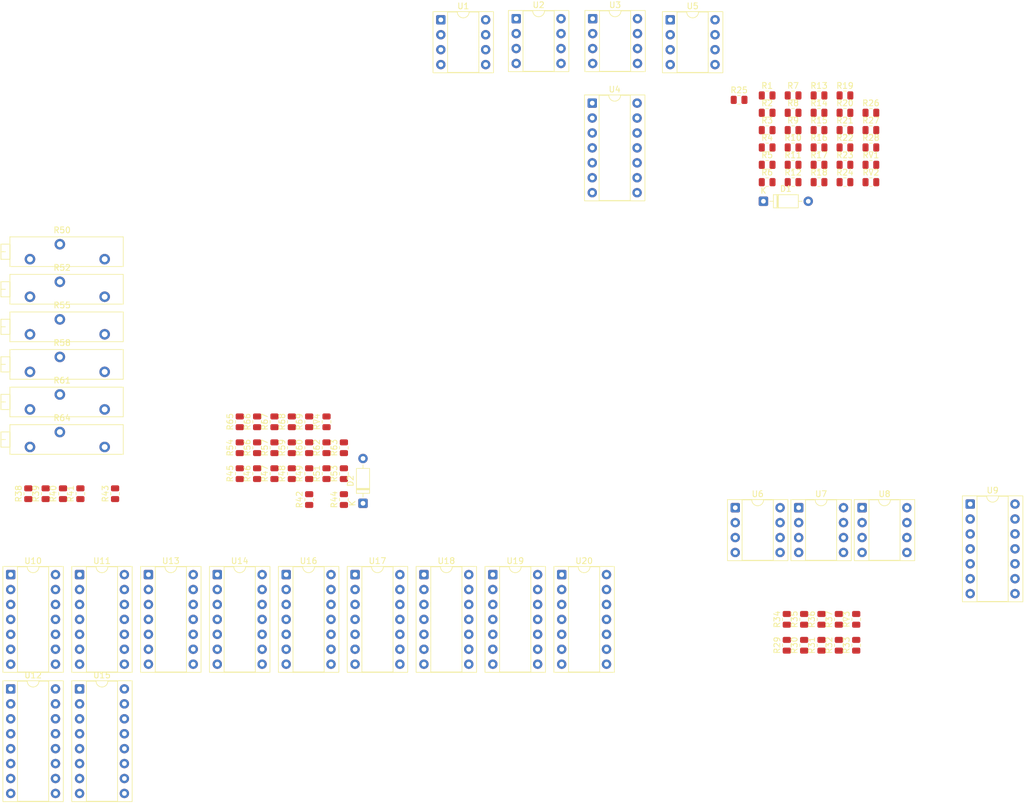
<source format=kicad_pcb>
(kicad_pcb (version 20241229) (generator "pcbnew") (generator_version "9.0")
  (layers (0 "F.Cu" signal) (2 "B.Cu" signal) (13 "F.Paste" user) (15 "B.Paste" user) (5 "F.SilkS" user "F.Silkscreen") (7 "B.SilkS" user "B.Silkscreen") (1 "F.Mask" user) (3 "B.Mask" user) (25 "Edge.Cuts" user))
  (net 0 "")
  (net 1 "Net-(D1-K)")
  (net 2 "Net-(D1-A)")
  (net 3 "Net-(D2-A)")
  (net 4 "GNDREF")
  (net 5 "Net-(U5--)")
  (net 6 "Net-(C6-Pad1)")
  (net 7 "Net-(R2-Pad2)")
  (net 8 "Net-(R2-Pad1)")
  (net 9 "Net-(U4-Out_+)")
  (net 10 "Net-(U4-Bias)")
  (net 11 "Net-(U5-+)")
  (net 12 "Net-(R8-Pad1)")
  (net 13 "Net-(R8-Pad2)")
  (net 14 "Net-(C1-Pad2)")
  (net 15 "Net-(U1--)")
  (net 16 "Net-(R10-Pad2)")
  (net 17 "Net-(C2-Pad2)")
  (net 18 "-14V")
  (net 19 "Net-(U4-Signal_In_-)")
  (net 20 "Net-(U4-Signal_In+)")
  (net 21 "CVOLT_C")
  (net 22 "Net-(U2-+)")
  (net 23 "CVOLT_D")
  (net 24 "CVOLT_E")
  (net 25 "Net-(U3--)")
  (net 26 "Net-(C5-Pad2)")
  (net 27 "CVOLT_B")
  (net 28 "Net-(R22-Pad2)")
  (net 29 "Net-(U4-Car_In_+)")
  (net 30 "Net-(R26-Pad2)")
  (net 31 "Net-(R27-Pad2)")
  (net 32 "OUT_SIGN")
  (net 33 "Net-(R28-Pad1)")
  (net 34 "Net-(U6--)")
  (net 35 "CNT1")
  (net 36 "CNT2")
  (net 37 "CNT3")
  (net 38 "Net-(Q1-E)")
  (net 39 "/VCF/IC4K")
  (net 40 "VCF_SW2")
  (net 41 "/VCF/IC3K")
  (net 42 "Net-(Q1-C)")
  (net 43 "INIT_FREQ")
  (net 44 "Net-(C11-Pad1)")
  (net 45 "Net-(R39-Pad1)")
  (net 46 "Net-(R39-Pad2)")
  (net 47 "Net-(C12-Pad2)")
  (net 48 "+12V")
  (net 49 "Net-(SW2-A)")
  (net 50 "Net-(C10-Pad2)")
  (net 51 "Net-(U15-X)")
  (net 52 "Net-(U12-X)")
  (net 53 "Net-(C14-Pad2)")
  (net 54 "Net-(R45-Pad1)")
  (net 55 "Net-(SW4A-B)")
  (net 56 "Net-(R46-Pad2)")
  (net 57 "Net-(U20B-+)")
  (net 58 "Net-(U20A--)")
  (net 59 "Net-(U20B--)")
  (net 60 "Net-(R49-Pad2)")
  (net 62 "Net-(R51-Pad2)")
  (net 64 "Net-(R53-Pad1)")
  (net 65 "Net-(R54-Pad2)")
  (net 66 "Net-(U20C--)")
  (net 68 "Net-(U20C-+)")
  (net 69 "Net-(R57-Pad2)")
  (net 71 "Net-(R59-Pad1)")
  (net 72 "Net-(R60-Pad2)")
  (net 73 "Net-(U20D--)")
  (net 75 "Net-(U20D-+)")
  (net 76 "Net-(R63-Pad2)")
  (net 78 "ANALOG_OUT")
  (net 79 "Net-(R67-Pad2)")
  (net 80 "Net-(R68-Pad2)")
  (net 81 "Net-(C6-Pad2)")
  (net 82 "Net-(U20A-+)")
  (net 83 "+14V")
  (net 84 "Net-(U1-C{slash}B)")
  (net 86 "Net-(U1-BAL)")
  (net 88 "Net-(U2-BAL)")
  (net 89 "Net-(U2-C{slash}B)")
  (net 90 "Net-(U3-BAL)")
  (net 92 "Net-(U3-C{slash}B)")
  (net 96 "Net-(U5-C{slash}B)")
  (net 97 "Net-(U5-BAL)")
  (net 99 "Net-(Q1-B)")
  (net 101 "Net-(U6-BAL)")
  (net 104 "Net-(U6-C{slash}B)")
  (net 146 "Net-(U11-Pad10)")
  (net 149 "Net-(U16-MR)")
  (net 152 "Net-(J1-Pin_3)")
  (net 153 "Net-(J1-Pin_2)")
  (net 154 "Net-(J1-Pin_4)")
  (net 157 "Net-(J1-Pin_7)")
  (net 159 "Net-(J1-Pin_6)")
  (net 160 "Net-(J1-Pin_8)")
  (net 161 "Net-(J1-Pin_5)")
  (net 162 "Net-(J1-Pin_1)")
  (net 191 "Net-(J2-Pin_2)")
  (net 192 "Net-(J2-Pin_3)")
  (net 193 "Net-(J2-Pin_4)")
  (net 196 "Net-(J2-Pin_8)")
  (net 197 "Net-(J2-Pin_5)")
  (net 199 "Net-(J2-Pin_7)")
  (net 201 "Net-(J2-Pin_1)")
  (net 203 "Net-(J2-Pin_6)")
  (net 207 "Net-(U16-~{CLK})")
  (net 215 "Net-(U17-Pad3)")
  (net 216 "Net-(C14-Pad1)")
  (net 217 "Net-(C11-Pad2)")
  (net 219 "Net-(SW4A-A)")
  (net 224 "OUT_PULSE")
  (net 227 "Net-(C10-Pad1)")
  (footprint "Resistor_SMD:R_0805_2012Metric" (layer "F.Cu") (at 117 172.18 90)
    (property "Reference" "R60" (at 0 -1.65 90) (layer "F.SilkS"))
    (property "Value" "47k")
    (pad "1" smd roundrect (at -0.9125 0 90) (size 1.025 1.4) (layers "F.Cu" "F.Mask" "F.Paste") (roundrect_rratio 0.243902) (net 73 "Net-(U20D--)"))
    (pad "2" smd roundrect (at 0.9125 0 90) (size 1.025 1.4) (layers "F.Cu" "F.Mask" "F.Paste") (roundrect_rratio 0.243902) (net 72 "Net-(R60-Pad2)"))
  )
  (footprint "Resistor_SMD:R_0805_2012Metric" (layer "F.Cu") (at 75.15 180 90)
    (property "Reference" "R40" (at 0 -1.65 90) (layer "F.SilkS"))
    (property "Value" "470k")
    (pad "1" smd roundrect (at -0.9125 0 90) (size 1.025 1.4) (layers "F.Cu" "F.Mask" "F.Paste") (roundrect_rratio 0.243902) (net 46 "Net-(R39-Pad2)"))
    (pad "2" smd roundrect (at 0.9125 0 90) (size 1.025 1.4) (layers "F.Cu" "F.Mask" "F.Paste") (roundrect_rratio 0.243902) (net 47 "Net-(C12-Pad2)"))
  )
  (footprint "Resistor_SMD:R_0805_2012Metric" (layer "F.Cu") (at 194.8575 115.2)
    (property "Reference" "R2" (at 0 -1.65 0) (layer "F.SilkS"))
    (property "Value" "22k")
    (pad "1" smd roundrect (at -0.9125 0) (size 1.025 1.4) (layers "F.Cu" "F.Mask" "F.Paste") (roundrect_rratio 0.243902) (net 8 "Net-(R2-Pad1)"))
    (pad "2" smd roundrect (at 0.9125 0) (size 1.025 1.4) (layers "F.Cu" "F.Mask" "F.Paste") (roundrect_rratio 0.243902) (net 7 "Net-(R2-Pad2)"))
  )
  (footprint "Resistor_SMD:R_0805_2012Metric" (layer "F.Cu") (at 119.95 176.59 90)
    (property "Reference" "R51" (at 0 -1.65 90) (layer "F.SilkS"))
    (property "Value" "47k")
    (pad "1" smd roundrect (at -0.9125 0 90) (size 1.025 1.4) (layers "F.Cu" "F.Mask" "F.Paste") (roundrect_rratio 0.243902) (net 57 "Net-(U20B-+)"))
    (pad "2" smd roundrect (at 0.9125 0 90) (size 1.025 1.4) (layers "F.Cu" "F.Mask" "F.Paste") (roundrect_rratio 0.243902) (net 62 "Net-(R51-Pad2)"))
  )
  (footprint "Resistor_SMD:R_0805_2012Metric" (layer "F.Cu") (at 69.25 180 90)
    (property "Reference" "R38" (at 0 -1.65 90) (layer "F.SilkS"))
    (property "Value" "10k")
    (pad "1" smd roundrect (at -0.9125 0 90) (size 1.025 1.4) (layers "F.Cu" "F.Mask" "F.Paste") (roundrect_rratio 0.243902) (net 44 "Net-(C11-Pad1)"))
    (pad "2" smd roundrect (at 0.9125 0 90) (size 1.025 1.4) (layers "F.Cu" "F.Mask" "F.Paste") (roundrect_rratio 0.243902) (net 4 "GNDREF"))
  )
  (footprint "Resistor_SMD:R_0805_2012Metric" (layer "F.Cu") (at 194.8575 121.1)
    (property "Reference" "R4" (at 0 -1.65 0) (layer "F.SilkS"))
    (property "Value" "100k")
    (pad "1" smd roundrect (at -0.9125 0) (size 1.025 1.4) (layers "F.Cu" "F.Mask" "F.Paste") (roundrect_rratio 0.243902) (net 8 "Net-(R2-Pad1)"))
    (pad "2" smd roundrect (at 0.9125 0) (size 1.025 1.4) (layers "F.Cu" "F.Mask" "F.Paste") (roundrect_rratio 0.243902) (net 5 "Net-(U5--)"))
  )
  (footprint "Resistor_SMD:R_0805_2012Metric" (layer "F.Cu") (at 114.05 167.77 90)
    (property "Reference" "R68" (at 0 -1.65 90) (layer "F.SilkS"))
    (property "Value" "47k")
    (pad "1" smd roundrect (at -0.9125 0 90) (size 1.025 1.4) (layers "F.Cu" "F.Mask" "F.Paste") (roundrect_rratio 0.243902) (net 79 "Net-(R67-Pad2)"))
    (pad "2" smd roundrect (at 0.9125 0 90) (size 1.025 1.4) (layers "F.Cu" "F.Mask" "F.Paste") (roundrect_rratio 0.243902) (net 80 "Net-(R68-Pad2)"))
  )
  (footprint "Resistor_SMD:R_0805_2012Metric" (layer "F.Cu") (at 203.6775 127)
    (property "Reference" "R18" (at 0 -1.65 0) (layer "F.SilkS"))
    (property "Value" "12k")
    (pad "1" smd roundrect (at -0.9125 0) (size 1.025 1.4) (layers "F.Cu" "F.Mask" "F.Paste") (roundrect_rratio 0.243902) (net 24 "CVOLT_E"))
    (pad "2" smd roundrect (at 0.9125 0) (size 1.025 1.4) (layers "F.Cu" "F.Mask" "F.Paste") (roundrect_rratio 0.243902) (net 22 "Net-(U2-+)"))
  )
  (footprint "Resistor_SMD:R_0805_2012Metric" (layer "F.Cu") (at 210 205.78 90)
    (property "Reference" "R33" (at 0 -1.65 90) (layer "F.SilkS"))
    (property "Value" "470k")
    (pad "1" smd roundrect (at -0.9125 0 90) (size 1.025 1.4) (layers "F.Cu" "F.Mask" "F.Paste") (roundrect_rratio 0.243902) (net 39 "/VCF/IC4K"))
    (pad "2" smd roundrect (at 0.9125 0 90) (size 1.025 1.4) (layers "F.Cu" "F.Mask" "F.Paste") (roundrect_rratio 0.243902) (net 40 "VCF_SW2"))
  )
  (footprint "Resistor_SMD:R_0805_2012Metric" (layer "F.Cu") (at 78.1 180 90)
    (property "Reference" "R41" (at 0 -1.65 90) (layer "F.SilkS"))
    (property "Value" "10k")
    (pad "1" smd roundrect (at -0.9125 0 90) (size 1.025 1.4) (layers "F.Cu" "F.Mask" "F.Paste") (roundrect_rratio 0.243902) (net 48 "+12V"))
    (pad "2" smd roundrect (at 0.9125 0 90) (size 1.025 1.4) (layers "F.Cu" "F.Mask" "F.Paste") (roundrect_rratio 0.243902) (net 49 "Net-(SW2-A)"))
  )
  (footprint "Package_DIP:DIP-14_W7.62mm_Socket" (layer "F.Cu") (at 113.09 193.76)
    (property "Reference" "U16" (at 3.81 -2.33 0) (layer "F.SilkS"))
    (property "Value" "4024")
    (pad "1" thru_hole roundrect (at 0 0) (size 1.6 1.6) (drill 0.8) (layers "*.Cu" "*.Mask") (roundrect_rratio 0.15625) (net 207 "Net-(U16-~{CLK})"))
    (pad "2" thru_hole circle (at 0 2.54) (size 1.6 1.6) (drill 0.8) (layers "*.Cu" "*.Mask") (net 149 "Net-(U16-MR)"))
    (pad "3" thru_hole circle (at 0 5.08) (size 1.6 1.6) (drill 0.8) (layers "*.Cu" "*.Mask"))
    (pad "4" thru_hole circle (at 0 7.62) (size 1.6 1.6) (drill 0.8) (layers "*.Cu" "*.Mask"))
    (pad "5" thru_hole circle (at 0 10.16) (size 1.6 1.6) (drill 0.8) (layers "*.Cu" "*.Mask"))
    (pad "6" thru_hole circle (at 0 12.7) (size 1.6 1.6) (drill 0.8) (layers "*.Cu" "*.Mask"))
    (pad "7" thru_hole circle (at 0 15.24) (size 1.6 1.6) (drill 0.8) (layers "*.Cu" "*.Mask"))
    (pad "8" thru_hole circle (at 7.62 15.24) (size 1.6 1.6) (drill 0.8) (layers "*.Cu" "*.Mask"))
    (pad "9" thru_hole circle (at 7.62 12.7) (size 1.6 1.6) (drill 0.8) (layers "*.Cu" "*.Mask"))
    (pad "10" thru_hole circle (at 7.62 10.16) (size 1.6 1.6) (drill 0.8) (layers "*.Cu" "*.Mask"))
    (pad "11" thru_hole circle (at 7.62 7.62) (size 1.6 1.6) (drill 0.8) (layers "*.Cu" "*.Mask"))
    (pad "12" thru_hole circle (at 7.62 5.08) (size 1.6 1.6) (drill 0.8) (layers "*.Cu" "*.Mask"))
    (pad "13" thru_hole circle (at 7.62 2.54) (size 1.6 1.6) (drill 0.8) (layers "*.Cu" "*.Mask"))
    (pad "14" thru_hole circle (at 7.62 0) (size 1.6 1.6) (drill 0.8) (layers "*.Cu" "*.Mask"))
  )
  (footprint "Package_DIP:DIP-8_W7.62mm_Socket" (layer "F.Cu") (at 152.195 99.19)
    (property "Reference" "U2" (at 3.81 -2.33 0) (layer "F.SilkS"))
    (property "Value" "LM301")
    (pad "1" thru_hole roundrect (at 0 0) (size 1.6 1.6) (drill 0.8) (layers "*.Cu" "*.Mask") (roundrect_rratio 0.15625) (net 88 "Net-(U2-BAL)"))
    (pad "2" thru_hole circle (at 0 2.54) (size 1.6 1.6) (drill 0.8) (layers "*.Cu" "*.Mask") (net 1 "Net-(D1-K)"))
    (pad "3" thru_hole circle (at 0 5.08) (size 1.6 1.6) (drill 0.8) (layers "*.Cu" "*.Mask") (net 22 "Net-(U2-+)"))
    (pad "4" thru_hole circle (at 0 7.62) (size 1.6 1.6) (drill 0.8) (layers "*.Cu" "*.Mask") (net 18 "-14V"))
    (pad "5" thru_hole circle (at 7.62 7.62) (size 1.6 1.6) (drill 0.8) (layers "*.Cu" "*.Mask"))
    (pad "6" thru_hole circle (at 7.62 5.08) (size 1.6 1.6) (drill 0.8) (layers "*.Cu" "*.Mask") (net 2 "Net-(D1-A)"))
    (pad "7" thru_hole circle (at 7.62 2.54) (size 1.6 1.6) (drill 0.8) (layers "*.Cu" "*.Mask") (net 83 "+14V"))
    (pad "8" thru_hole circle (at 7.62 0) (size 1.6 1.6) (drill 0.8) (layers "*.Cu" "*.Mask") (net 89 "Net-(U2-C{slash}B)"))
  )
  (footprint "Resistor_SMD:R_0805_2012Metric" (layer "F.Cu") (at 204.1 201.37 90)
    (property "Reference" "R36" (at 0 -1.65 90) (layer "F.SilkS"))
    (property "Value" "330")
    (pad "1" smd roundrect (at -0.9125 0 90) (size 1.025 1.4) (layers "F.Cu" "F.Mask" "F.Paste") (roundrect_rratio 0.243902) (net 39 "/VCF/IC4K"))
    (pad "2" smd roundrect (at 0.9125 0 90) (size 1.025 1.4) (layers "F.Cu" "F.Mask" "F.Paste") (roundrect_rratio 0.243902) (net 42 "Net-(Q1-C)"))
  )
  (footprint "Resistor_SMD:R_0805_2012Metric" (layer "F.Cu") (at 105.2 167.77 90)
    (property "Reference" "R65" (at 0 -1.65 90) (layer "F.SilkS"))
    (property "Value" "10k")
    (pad "1" smd roundrect (at -0.9125 0 90) (size 1.025 1.4) (layers "F.Cu" "F.Mask" "F.Paste") (roundrect_rratio 0.243902) (net 78 "ANALOG_OUT"))
    (pad "2" smd roundrect (at 0.9125 0 90) (size 1.025 1.4) (layers "F.Cu" "F.Mask" "F.Paste") (roundrect_rratio 0.243902) (net 73 "Net-(U20D--)"))
  )
  (footprint "Package_DIP:DIP-8_W7.62mm_Socket" (layer "F.Cu") (at 211 182.38)
    (property "Reference" "U8" (at 3.81 -2.33 0) (layer "F.SilkS"))
    (property "Value" "CA3080A")
    (pad "1" thru_hole roundrect (at 0 0) (size 1.6 1.6) (drill 0.8) (layers "*.Cu" "*.Mask") (roundrect_rratio 0.15625))
    (pad "2" thru_hole circle (at 0 2.54) (size 1.6 1.6) (drill 0.8) (layers "*.Cu" "*.Mask"))
    (pad "3" thru_hole circle (at 0 5.08) (size 1.6 1.6) (drill 0.8) (layers "*.Cu" "*.Mask"))
    (pad "4" thru_hole circle (at 0 7.62) (size 1.6 1.6) (drill 0.8) (layers "*.Cu" "*.Mask"))
    (pad "5" thru_hole circle (at 7.62 7.62) (size 1.6 1.6) (drill 0.8) (layers "*.Cu" "*.Mask"))
    (pad "6" thru_hole circle (at 7.62 5.08) (size 1.6 1.6) (drill 0.8) (layers "*.Cu" "*.Mask"))
    (pad "7" thru_hole circle (at 7.62 2.54) (size 1.6 1.6) (drill 0.8) (layers "*.Cu" "*.Mask"))
    (pad "8" thru_hole circle (at 7.62 0) (size 1.6 1.6) (drill 0.8) (layers "*.Cu" "*.Mask"))
  )
  (footprint "Resistor_SMD:R_0805_2012Metric" (layer "F.Cu") (at 210 201.37 90)
    (property "Reference" "RV3" (at 0 -1.65 90) (layer "F.SilkS"))
    (property "Value" "100k")
    (pad "1" smd roundrect (at -0.9125 0 90) (size 1.025 1.4) (layers "F.Cu" "F.Mask" "F.Paste") (roundrect_rratio 0.243902) (net 4 "GNDREF"))
    (pad "2" smd roundrect (at 0.9125 0 90) (size 1.025 1.4) (layers "F.Cu" "F.Mask" "F.Paste") (roundrect_rratio 0.243902) (net 43 "INIT_FREQ"))
  )
  (footprint "Package_DIP:DIP-8_W7.62mm_Socket" (layer "F.Cu") (at 165.195 99.19)
    (property "Reference" "U3" (at 3.81 -2.33 0) (layer "F.SilkS"))
    (property "Value" "LM301")
    (pad "1" thru_hole roundrect (at 0 0) (size 1.6 1.6) (drill 0.8) (layers "*.Cu" "*.Mask") (roundrect_rratio 0.15625) (net 90 "Net-(U3-BAL)"))
    (pad "2" thru_hole circle (at 0 2.54) (size 1.6 1.6) (drill 0.8) (layers "*.Cu" "*.Mask") (net 25 "Net-(U3--)"))
    (pad "3" thru_hole circle (at 0 5.08) (size 1.6 1.6) (drill 0.8) (layers "*.Cu" "*.Mask") (net 4 "GNDREF"))
    (pad "4" thru_hole circle (at 0 7.62) (size 1.6 1.6) (drill 0.8) (layers "*.Cu" "*.Mask") (net 18 "-14V"))
    (pad "5" thru_hole circle (at 7.62 7.62) (size 1.6 1.6) (drill 0.8) (layers "*.Cu" "*.Mask"))
    (pad "6" thru_hole circle (at 7.62 5.08) (size 1.6 1.6) (drill 0.8) (layers "*.Cu" "*.Mask") (net 28 "Net-(R22-Pad2)"))
    (pad "7" thru_hole circle (at 7.62 2.54) (size 1.6 1.6) (drill 0.8) (layers "*.Cu" "*.Mask") (net 83 "+14V"))
    (pad "8" thru_hole circle (at 7.62 0) (size 1.6 1.6) (drill 0.8) (layers "*.Cu" "*.Mask") (net 92 "Net-(U3-C{slash}B)"))
  )
  (footprint "Resistor_SMD:R_0805_2012Metric" (layer "F.Cu") (at 198.2 205.78 90)
    (property "Reference" "R29" (at 0 -1.65 90) (layer "F.SilkS"))
    (property "Value" "270k")
    (pad "1" smd roundrect (at -0.9125 0 90) (size 1.025 1.4) (layers "F.Cu" "F.Mask" "F.Paste") (roundrect_rratio 0.243902) (net 35 "CNT1"))
    (pad "2" smd roundrect (at 0.9125 0 90) (size 1.025 1.4) (layers "F.Cu" "F.Mask" "F.Paste") (roundrect_rratio 0.243902) (net 34 "Net-(U6--)"))
  )
  (footprint "Resistor_SMD:R_0805_2012Metric" (layer "F.Cu") (at 199.2675 124.05)
    (property "Reference" "R11" (at 0 -1.65 0) (layer "F.SilkS"))
    (property "Value" "8.2k")
    (pad "1" smd roundrect (at -0.9125 0) (size 1.025 1.4) (layers "F.Cu" "F.Mask" "F.Paste") (roundrect_rratio 0.243902) (net 17 "Net-(C2-Pad2)"))
    (pad "2" smd roundrect (at 0.9125 0) (size 1.025 1.4) (layers "F.Cu" "F.Mask" "F.Paste") (roundrect_rratio 0.243902) (net 4 "GNDREF"))
  )
  (footprint "Resistor_SMD:R_0805_2012Metric" (layer "F.Cu") (at 199.2675 115.2)
    (property "Reference" "R8" (at 0 -1.65 0) (layer "F.SilkS"))
    (property "Value" "12k")
    (pad "1" smd roundrect (at -0.9125 0) (size 1.025 1.4) (layers "F.Cu" "F.Mask" "F.Paste") (roundrect_rratio 0.243902) (net 12 "Net-(R8-Pad1)"))
    (pad "2" smd roundrect (at 0.9125 0) (size 1.025 1.4) (layers "F.Cu" "F.Mask" "F.Paste") (roundrect_rratio 0.243902) (net 13 "Net-(R8-Pad2)"))
  )
  (footprint "Resistor_SMD:R_0805_2012Metric" (layer "F.Cu") (at 198.2 201.37 90)
    (property "Reference" "R34" (at 0 -1.65 90) (layer "F.SilkS"))
    (property "Value" "470k")
    (pad "1" smd roundrect (at -0.9125 0 90) (size 1.025 1.4) (layers "F.Cu" "F.Mask" "F.Paste") (roundrect_rratio 0.243902) (net 41 "/VCF/IC3K"))
    (pad "2" smd roundrect (at 0.9125 0 90) (size 1.025 1.4) (layers "F.Cu" "F.Mask" "F.Paste") (roundrect_rratio 0.243902) (net 40 "VCF_SW2"))
  )
  (footprint "Potentiometer_THT:Potentiometer_Bourns_3009P_Horizontal" (layer "F.Cu") (at 82.23 152.88)
    (property "Reference" "R55" (at -7.235 -4.935 0) (layer "F.SilkS"))
    (property "Value" "10k")
    (pad "1" thru_hole circle (at 0 0) (size 1.8 1.8) (drill 1) (layers "*.Cu" "*.Mask") (net 65 "Net-(R54-Pad2)"))
    (pad "2" thru_hole circle (at -7.62 -2.54) (size 1.8 1.8) (drill 1) (layers "*.Cu" "*.Mask"))
    (pad "3" thru_hole circle (at -12.7 0) (size 1.8 1.8) (drill 1) (layers "*.Cu" "*.Mask"))
  )
  (footprint "Package_DIP:DIP-14_W7.62mm_Socket" (layer "F.Cu") (at 101.38 193.76)
    (property "Reference" "U14" (at 3.81 -2.33 0) (layer "F.SilkS"))
    (property "Value" "4042")
    (pad "1" thru_hole roundrect (at 0 0) (size 1.6 1.6) (drill 0.8) (layers "*.Cu" "*.Mask") (roundrect_rratio 0.15625))
    (pad "2" thru_hole circle (at 0 2.54) (size 1.6 1.6) (drill 0.8) (layers "*.Cu" "*.Mask"))
    (pad "3" thru_hole circle (at 0 5.08) (size 1.6 1.6) (drill 0.8) (layers "*.Cu" "*.Mask"))
    (pad "4" thru_hole circle (at 0 7.62) (size 1.6 1.6) (drill 0.8) (layers "*.Cu" "*.Mask"))
    (pad "5" thru_hole circle (at 0 10.16) (size 1.6 1.6) (drill 0.8) (layers "*.Cu" "*.Mask"))
    (pad "6" thru_hole circle (at 0 12.7) (size 1.6 1.6) (drill 0.8) (layers "*.Cu" "*.Mask"))
    (pad "7" thru_hole circle (at 0 15.24) (size 1.6 1.6) (drill 0.8) (layers "*.Cu" "*.Mask"))
    (pad "8" thru_hole circle (at 7.62 15.24) (size 1.6 1.6) (drill 0.8) (layers "*.Cu" "*.Mask"))
    (pad "9" thru_hole circle (at 7.62 12.7) (size 1.6 1.6) (drill 0.8) (layers "*.Cu" "*.Mask"))
    (pad "10" thru_hole circle (at 7.62 10.16) (size 1.6 1.6) (drill 0.8) (layers "*.Cu" "*.Mask"))
    (pad "11" thru_hole circle (at 7.62 7.62) (size 1.6 1.6) (drill 0.8) (layers "*.Cu" "*.Mask"))
    (pad "12" thru_hole circle (at 7.62 5.08) (size 1.6 1.6) (drill 0.8) (layers "*.Cu" "*.Mask"))
    (pad "13" thru_hole circle (at 7.62 2.54) (size 1.6 1.6) (drill 0.8) (layers "*.Cu" "*.Mask"))
    (pad "14" thru_hole circle (at 7.62 0) (size 1.6 1.6) (drill 0.8) (layers "*.Cu" "*.Mask"))
  )
  (footprint "Resistor_SMD:R_0805_2012Metric" (layer "F.Cu") (at 114.05 172.18 90)
    (property "Reference" "R59" (at 0 -1.65 90) (layer "F.SilkS"))
    (property "Value" "10k")
    (pad "1" smd roundrect (at -0.9125 0 90) (size 1.025 1.4) (layers "F.Cu" "F.Mask" "F.Paste") (roundrect_rratio 0.243902) (net 71 "Net-(R59-Pad1)"))
    (pad "2" smd roundrect (at 0.9125 0 90) (size 1.025 1.4) (layers "F.Cu" "F.Mask" "F.Paste") (roundrect_rratio 0.243902) (net 66 "Net-(U20C--)"))
  )
  (footprint "Resistor_SMD:R_0805_2012Metric" (layer "F.Cu") (at 108.15 176.59 90)
    (property "Reference" "R46" (at 0 -1.65 90) (layer "F.SilkS"))
    (property "Value" "100k")
    (pad "1" smd roundrect (at -0.9125 0 90) (size 1.025 1.4) (layers "F.Cu" "F.Mask" "F.Paste") (roundrect_rratio 0.243902) (net 55 "Net-(SW4A-B)"))
    (pad "2" smd roundrect (at 0.9125 0 90) (size 1.025 1.4) (layers "F.Cu" "F.Mask" "F.Paste") (roundrect_rratio 0.243902) (net 56 "Net-(R46-Pad2)"))
  )
  (footprint "Package_DIP:DIP-8_W7.62mm_Socket" (layer "F.Cu") (at 200.22 182.38)
    (property "Reference" "U7" (at 3.81 -2.33 0) (layer "F.SilkS"))
    (property "Value" "CA3080A")
    (pad "1" thru_hole roundrect (at 0 0) (size 1.6 1.6) (drill 0.8) (layers "*.Cu" "*.Mask") (roundrect_rratio 0.15625))
    (pad "2" thru_hole circle (at 0 2.54) (size 1.6 1.6) (drill 0.8) (layers "*.Cu" "*.Mask"))
    (pad "3" thru_hole circle (at 0 5.08) (size 1.6 1.6) (drill 0.8) (layers "*.Cu" "*.Mask"))
    (pad "4" thru_hole circle (at 0 7.62) (size 1.6 1.6) (drill 0.8) (layers "*.Cu" "*.Mask"))
    (pad "5" thru_hole circle (at 7.62 7.62) (size 1.6 1.6) (drill 0.8) (layers "*.Cu" "*.Mask"))
    (pad "6" thru_hole circle (at 7.62 5.08) (size 1.6 1.6) (drill 0.8) (layers "*.Cu" "*.Mask"))
    (pad "7" thru_hole circle (at 7.62 2.54) (size 1.6 1.6) (drill 0.8) (layers "*.Cu" "*.Mask"))
    (pad "8" thru_hole circle (at 7.62 0) (size 1.6 1.6) (drill 0.8) (layers "*.Cu" "*.Mask"))
  )
  (footprint "Resistor_SMD:R_0805_2012Metric" (layer "F.Cu") (at 201.15 201.37 90)
    (property "Reference" "R35" (at 0 -1.65 90) (layer "F.SilkS"))
    (property "Value" "330")
    (pad "1" smd roundrect (at -0.9125 0 90) (size 1.025 1.4) (layers "F.Cu" "F.Mask" "F.Paste") (roundrect_rratio 0.243902) (net 41 "/VCF/IC3K"))
    (pad "2" smd roundrect (at 0.9125 0 90) (size 1.025 1.4) (layers "F.Cu" "F.Mask" "F.Paste") (roundrect_rratio 0.243902) (net 42 "Net-(Q1-C)"))
  )
  (footprint "Diode_THT:D_DO-35_SOD27_P7.62mm_Horizontal" (layer "F.Cu") (at 126.15 181.63 90)
    (property "Reference" "D2" (at 3.81 -2.12 90) (layer "F.SilkS"))
    (property "Value" "1N4148")
    (fp_text user "K" (at 0 -1.8 90) (layer "F.SilkS"))
    (pad "1" thru_hole roundrect (at 0 0 90) (size 1.6 1.6) (drill 0.8) (layers "*.Cu" "*.Mask") (roundrect_rratio 0.15625) (net 4 "GNDREF"))
    (pad "2" thru_hole circle (at 7.62 0 90) (size 1.6 1.6) (drill 0.8) (layers "*.Cu" "*.Mask") (net 3 "Net-(D2-A)"))
  )
  (footprint "Resistor_SMD:R_0805_2012Metric" (layer "F.Cu") (at 84 180 90)
    (property "Reference" "R43" (at 0 -1.65 90) (layer "F.SilkS"))
    (property "Value" "10k")
    (pad "1" smd roundrect (at -0.9125 0 90) (size 1.025 1.4) (layers "F.Cu" "F.Mask" "F.Paste") (roundrect_rratio 0.243902) (net 51 "Net-(U15-X)"))
    (pad "2" smd roundrect (at 0.9125 0 90) (size 1.025 1.4) (layers "F.Cu" "F.Mask" "F.Paste") (roundrect_rratio 0.243902) (net 4 "GNDREF"))
  )
  (footprint "Resistor_SMD:R_0805_2012Metric" (layer "F.Cu") (at 212.4975 124.05)
    (property "Reference" "RV1" (at 0 -1.65 0) (layer "F.SilkS"))
    (property "Value" "47k")
    (pad "1" smd roundrect (at -0.9125 0) (size 1.025 1.4) (layers "F.Cu" "F.Mask" "F.Paste") (roundrect_rratio 0.243902) (net 29 "Net-(U4-Car_In_+)"))
    (pad "2" smd roundrect (at 0.9125 0) (size 1.025 1.4) (layers "F.Cu" "F.Mask" "F.Paste") (roundrect_rratio 0.243902) (net 30 "Net-(R26-Pad2)"))
  )
  (footprint "Resistor_SMD:R_0805_2012Metric" (layer "F.Cu") (at 190.0875 113)
    (property "Reference" "R25" (at 0 -1.65 0) (layer "F.SilkS"))
    (property "Value" "330")
    (pad "1" smd roundrect (at -0.9125 0) (size 1.025 1.4) (layers "F.Cu" "F.Mask" "F.Paste") (roundrect_rratio 0.243902) (net 4 "GNDREF"))
    (pad "2" smd roundrect (at 0.9125 0) (size 1.025 1.4) (layers "F.Cu" "F.Mask" "F.Paste") (roundrect_rratio 0.243902) (net 29 "Net-(U4-Car_In_+)"))
  )
  (footprint "Resistor_SMD:R_0805_2012Metric" (layer "F.Cu") (at 105.2 176.59 90)
    (property "Reference" "R45" (at 0 -1.65 90) (layer "F.SilkS"))
    (property "Value" "10k")
    (pad "1" smd roundrect (at -0.9125 0 90) (size 1.025 1.4) (layers "F.Cu" "F.Mask" "F.Paste") (roundrect_rratio 0.243902) (net 54 "Net-(R45-Pad1)"))
    (pad "2" smd roundrect (at 0.9125 0 90) (size 1.025 1.4) (layers "F.Cu" "F.Mask" "F.Paste") (roundrect_rratio 0.243902) (net 53 "Net-(C14-Pad2)"))
  )
  (footprint "Resistor_SMD:R_0805_2012Metric" (layer "F.Cu") (at 108.15 172.18 90)
    (property "Reference" "R56" (at 0 -1.65 90) (layer "F.SilkS"))
    (property "Value" "10k")
    (pad "1" smd roundrect (at -0.9125 0 90) (size 1.025 1.4) (layers "F.Cu" "F.Mask" "F.Paste") (roundrect_rratio 0.243902) (net 68 "Net-(U20C-+)"))
    (pad "2" smd roundrect (at 0.9125 0 90) (size 1.025 1.4) (layers "F.Cu" "F.Mask" "F.Paste") (roundrect_rratio 0.243902) (net 64 "Net-(R53-Pad1)"))
  )
  (footprint "Potentiometer_THT:Potentiometer_Bourns_3009P_Horizontal" (layer "F.Cu") (at 82.23 146.49)
    (property "Reference" "R52" (at -7.235 -4.935 0) (layer "F.SilkS"))
    (property "Value" "20k")
    (pad "1" thru_hole circle (at 0 0) (size 1.8 1.8) (drill 1) (layers "*.Cu" "*.Mask") (net 62 "Net-(R51-Pad2)"))
    (pad "2" thru_hole circle (at -7.62 -2.54) (size 1.8 1.8) (drill 1) (layers "*.Cu" "*.Mask"))
    (pad "3" thru_hole circle (at -12.7 0) (size 1.8 1.8) (drill 1) (layers "*.Cu" "*.Mask"))
  )
  (footprint "Package_DIP:DIP-16_W7.62mm_Socket" (layer "F.Cu") (at 77.96 213.21)
    (property "Reference" "U15" (at 3.81 -2.33 0) (layer "F.SilkS"))
    (property "Value" "CD4051B")
    (pad "1" thru_hole roundrect (at 0 0) (size 1.6 1.6) (drill 0.8) (layers "*.Cu" "*.Mask") (roundrect_rratio 0.15625) (net 193 "Net-(J2-Pin_4)"))
    (pad "2" thru_hole circle (at 0 2.54) (size 1.6 1.6) (drill 0.8) (layers "*.Cu" "*.Mask") (net 191 "Net-(J2-Pin_2)"))
    (pad "3" thru_hole circle (at 0 5.08) (size 1.6 1.6) (drill 0.8) (layers "*.Cu" "*.Mask") (net 51 "Net-(U15-X)"))
    (pad "4" thru_hole circle (at 0 7.62) (size 1.6 1.6) (drill 0.8) (layers "*.Cu" "*.Mask") (net 201 "Net-(J2-Pin_1)"))
    (pad "5" thru_hole circle (at 0 10.16) (size 1.6 1.6) (drill 0.8) (layers "*.Cu" "*.Mask") (net 192 "Net-(J2-Pin_3)"))
    (pad "6" thru_hole circle (at 0 12.7) (size 1.6 1.6) (drill 0.8) (layers "*.Cu" "*.Mask"))
    (pad "7" thru_hole circle (at 0 15.24) (size 1.6 1.6) (drill 0.8) (layers "*.Cu" "*.Mask"))
    (pad "8" thru_hole circle (at 0 17.78) (size 1.6 1.6) (drill 0.8) (layers "*.Cu" "*.Mask") (net 4 "GNDREF"))
    (pad "9" thru_hole circle (at 7.62 17.78) (size 1.6 1.6) (drill 0.8) (layers "*.Cu" "*.Mask"))
    (pad "10" thru_hole circle (at 7.62 15.24) (size 1.6 1.6) (drill 0.8) (layers "*.Cu" "*.Mask"))
    (pad "11" thru_hole circle (at 7.62 12.7) (size 1.6 1.6) (drill 0.8) (layers "*.Cu" "*.Mask"))
    (pad "12" thru_hole circle (at 7.62 10.16) (size 1.6 1.6) (drill 0.8) (layers "*.Cu" "*.Mask") (net 197 "Net-(J2-Pin_5)"))
    (pad "13" thru_hole circle (at 7.62 7.62) (size 1.6 1.6) (drill 0.8) (layers "*.Cu" "*.Mask") (net 196 "Net-(J2-Pin_8)"))
    (pad "14" thru_hole circle (at 7.62 5.08) (size 1.6 1.6) (drill 0.8) (layers "*.Cu" "*.Mask") (net 199 "Net-(J2-Pin_7)"))
    (pad "15" thru_hole circle (at 7.62 2.54) (size 1.6 1.6) (drill 0.8) (layers "*.Cu" "*.Mask") (net 203 "Net-(J2-Pin_6)"))
    (pad "16" thru_hole circle (at 7.62 0) (size 1.6 1.6) (drill 0.8) (layers "*.Cu" "*.Mask") (net 48 "+12V"))
  )
  (footprint "Resistor_SMD:R_0805_2012Metric" (layer "F.Cu") (at 111.1 172.18 90)
    (property "Reference" "R57" (at 0 -1.65 90) (layer "F.SilkS"))
    (property "Value" "47k")
    (pad "1" smd roundrect (at -0.9125 0 90) (size 1.025 1.4) (layers "F.Cu" "F.Mask" "F.Paste") (roundrect_rratio 0.243902) (net 68 "Net-(U20C-+)"))
    (pad "2" smd roundrect (at 0.9125 0 90) (size 1.025 1.4) (layers "F.Cu" "F.Mask" "F.Paste") (roundrect_rratio 0.243902) (net 69 "Net-(R57-Pad2)"))
  )
  (footprint "Potentiometer_THT:Potentiometer_Bourns_3009P_Horizontal" (layer "F.Cu") (at 82.23 172.05)
    (property "Reference" "R64" (at -7.235 -4.935 0) (layer "F.SilkS"))
    (property "Value" "20k")
    (pad "1" thru_hole circle (at 0 0) (size 1.8 1.8) (drill 1) (layers "*.Cu" "*.Mask") (net 76 "Net-(R63-Pad2)"))
    (pad "2" thru_hole circle (at -7.62 -2.54) (size 1.8 1.8) (drill 1) (layers "*.Cu" "*.Mask"))
    (pad "3" thru_hole circle (at -12.7 0) (size 1.8 1.8) (drill 1) (layers "*.Cu" "*.Mask"))
  )
  (footprint "Resistor_SMD:R_0805_2012Metric" (layer "F.Cu") (at 207.05 201.37 90)
    (property "Reference" "R37" (at 0 -1.65 90) (layer "F.SilkS"))
    (property "Value" "150k")
    (pad "1" smd roundrect (at -0.9125 0 90) (size 1.025 1.4) (layers "F.Cu" "F.Mask" "F.Paste") (roundrect_rratio 0.243902) (net 38 "Net-(Q1-E)"))
    (pad "2" smd roundrect (at 0.9125 0 90) (size 1.025 1.4) (layers "F.Cu" "F.Mask" "F.Paste") (roundrect_rratio 0.243902) (net 43 "INIT_FREQ"))
  )
  (footprint "Resistor_SMD:R_0805_2012Metric" (layer "F.Cu") (at 119.95 172.18 90)
    (property "Reference" "R62" (at 0 -1.65 90) (layer "F.SilkS"))
    (property "Value" "5.6k")
    (pad "1" smd roundrect (at -0.9125 0 90) (size 1.025 1.4) (layers "F.Cu" "F.Mask" "F.Paste") (roundrect_rratio 0.243902) (net 75 "Net-(U20D-+)"))
    (pad "2" smd roundrect (at 0.9125 0 90) (size 1.025 1.4) (layers "F.Cu" "F.Mask" "F.Paste") (roundrect_rratio 0.243902) (net 71 "Net-(R59-Pad1)"))
  )
  (footprint "Resistor_SMD:R_0805_2012Metric" (layer "F.Cu") (at 122.9 176.59 90)
    (property "Reference" "R53" (at 0 -1.65 90) (layer "F.SilkS"))
    (property "Value" "100k")
    (pad "1" smd roundrect (at -0.9125 0 90) (size 1.025 1.4) (layers "F.Cu" "F.Mask" "F.Paste") (roundrect_rratio 0.243902) (net 64 "Net-(R53-Pad1)"))
    (pad "2" smd roundrect (at 0.9125 0 90) (size 1.025 1.4) (layers "F.Cu" "F.Mask" "F.Paste") (roundrect_rratio 0.243902) (net 59 "Net-(U20B--)"))
  )
  (footprint "Potentiometer_THT:Potentiometer_Bourns_3009P_Horizontal" (layer "F.Cu") (at 82.23 165.66)
    (property "Reference" "R61" (at -7.235 -4.935 0) (layer "F.SilkS"))
    (property "Value" "20k")
    (pad "1" thru_hole circle (at 0 0) (size 1.8 1.8) (drill 1) (layers "*.Cu" "*.Mask") (net 72 "Net-(R60-Pad2)"))
    (pad "2" thru_hole circle (at -7.62 -2.54) (size 1.8 1.8) (drill 1) (layers "*.Cu" "*.Mask"))
    (pad "3" thru_hole circle (at -12.7 0) (size 1.8 1.8) (drill 1) (layers "*.Cu" "*.Mask"))
  )
  (footprint "Resistor_SMD:R_0805_2012Metric" (layer "F.Cu") (at 194.8575 124.05)
    (property "Reference" "R5" (at 0 -1.65 0) (layer "F.SilkS"))
    (property "Value" "100k")
    (pad "1" smd roundrect (at -0.9125 0) (size 1.025 1.4) (layers "F.Cu" "F.Mask" "F.Paste") (roundrect_rratio 0.243902) (net 10 "Net-(U4-Bias)"))
    (pad "2" smd roundrect (at 0.9125 0) (size 1.025 1.4) (layers "F.Cu" "F.Mask" "F.Paste") (roundrect_rratio 0.243902) (net 7 "Net-(R2-Pad2)"))
  )
  (footprint "Resistor_SMD:R_0805_2012Metric" (layer "F.Cu") (at 207.05 205.78 90)
    (property "Reference" "R32" (at 0 -1.65 90) (layer "F.SilkS"))
    (property "Value" "150k")
    (pad "1" smd roundrect (at -0.9125 0 90) (size 1.025 1.4) (layers "F.Cu" "F.Mask" "F.Paste") (roundrect_rratio 0.243902) (net 34 "Net-(U6--)"))
    (pad "2" smd roundrect (at 0.9125 0 90) (size 1.025 1.4) (layers "F.Cu" "F.Mask" "F.Paste") (roundrect_rratio 0.243902) (net 38 "Net-(Q1-E)"))
  )
  (footprint "Resistor_SMD:R_0805_2012Metric" (layer "F.Cu") (at 212.4975 127)
    (property "Reference" "RV2" (at 0 -1.65 0) (layer "F.SilkS"))
    (property "Value" "10k")
    (pad "1" smd roundrect (at -0.9125 0) (size 1.025 1.4) (layers "F.Cu" "F.Mask" "F.Paste") (roundrect_rratio 0.243902) (net 81 "Net-(C6-Pad2)"))
    (pad "2" smd roundrect (at 0.9125 0) (size 1.025 1.4) (layers "F.Cu" "F.Mask" "F.Paste") (roundrect_rratio 0.243902) (net 33 "Net-(R28-Pad1)"))
  )
  (footprint "Resistor_SMD:R_0805_2012Metric" (layer "F.Cu") (at 212.4975 115.2)
    (property "Reference" "R26" (at 0 -1.65 0) (layer "F.SilkS"))
    (property "Value" "470k")
    (pad "1" smd roundrect (at -0.9125 0) (size 1.025 1.4) (layers "F.Cu" "F.Mask" "F.Paste") (roundrect_rratio 0.243902) (net 18 "-14V"))
    (pad "2" smd roundrect (at 0.9125 0) (size 1.025 1.4) (layers "F.Cu" "F.Mask" "F.Paste") (roundrect_rratio 0.243902) (net 30 "Net-(R26-Pad2)"))
  )
  (footprint "Resistor_SMD:R_0805_2012Metric" (layer "F.Cu") (at 201.15 205.78 90)
    (property "Reference" "R30" (at 0 -1.65 90) (layer "F.SilkS"))
    (property "Value" "270k")
    (pad "1" smd roundrect (at -0.9125 0 90) (size 1.025 1.4) (layers "F.Cu" "F.Mask" "F.Paste") (roundrect_rratio 0.243902) (net 36 "CNT2"))
    (pad "2" smd roundrect (at 0.9125 0 90) (size 1.025 1.4) (layers "F.Cu" "F.Mask" "F.Paste") (roundrect_rratio 0.243902) (net 34 "Net-(U6--)"))
  )
  (footprint "Resistor_SMD:R_0805_2012Metric" (layer "F.Cu") (at 194.8575 127)
    (property "Reference" "R6" (at 0 -1.65 0) (layer "F.SilkS"))
    (property "Value" "100k")
    (pad "1" smd roundrect (at -0.9125 0) (size 1.025 1.4) (layers "F.Cu" "F.Mask" "F.Paste") (roundrect_rratio 0.243902) (net 4 "GNDREF"))
    (pad "2" smd roundrect (at 0.9125 0) (size 1.025 1.4) (layers "F.Cu" "F.Mask" "F.Paste") (roundrect_rratio 0.243902) (net 11 "Net-(U5-+)"))
  )
  (footprint "Resistor_SMD:R_0805_2012Metric" (layer "F.Cu") (at 194.8575 112.25)
    (property "Reference" "R1" (at 0 -1.65 0) (layer "F.SilkS"))
    (property "Value" "100k")
    (pad "1" smd roundrect (at -0.9125 0) (size 1.025 1.4) (layers "F.Cu" "F.Mask" "F.Paste") (roundrect_rratio 0.243902) (net 6 "Net-(C6-Pad1)"))
    (pad "2" smd roundrect (at 0.9125 0) (size 1.025 1.4) (layers "F.Cu" "F.Mask" "F.Paste") (roundrect_rratio 0.243902) (net 5 "Net-(U5--)"))
  )
  (footprint "Resistor_SMD:R_0805_2012Metric" (layer "F.Cu") (at 199.2675 112.25)
    (property "Reference" "R7" (at 0 -1.65 0) (layer "F.SilkS"))
    (property "Value" "100k")
    (pad "1" smd roundrect (at -0.9125 0) (size 1.025 1.4) (layers "F.Cu" "F.Mask" "F.Paste") (roundrect_rratio 0.243902) (net 9 "Net-(U4-Out_+)"))
    (pad "2" smd roundrect (at 0.9125 0) (size 1.025 1.4) (layers "F.Cu" "F.Mask" "F.Paste") (roundrect_rratio 0.243902) (net 11 "Net-(U5-+)"))
  )
  (footprint "Package_DIP:DIP-8_W7.62mm_Socket" (layer "F.Cu") (at 178.38 99.38)
    (property "Reference" "U5" (at 3.81 -2.33 0) (layer "F.SilkS"))
    (property "Value" "LM301")
    (pad "1" thru_hole roundrect (at 0 0) (size 1.6 1.6) (drill 0.8) (layers "*.Cu" "*.Mask") (roundrect_rratio 0.15625) (net 97 "Net-(U5-BAL)"))
    (pad "2" thru_hole circle (at 0 2.54) (size 1.6 1.6) (drill 0.8) (layers "*.Cu" "*.Mask") (net 5 "Net-(U5--)"))
    (pad "3" thru_hole circle (at 0 5.08) (size 1.6 1.6) (drill 0.8) (layers "*.Cu" "*.Mask") (net 11 "Net-(U5-+)"))
    (pad "4" thru_hole circle (at 0 7.62) (size 1.6 1.6) (drill 0.8) (layers "*.Cu" "*.Mask") (net 18 "-14V"))
    (pad "5" thru_hole circle (at 7.62 7.62) (size 1.6 1.6) (drill 0.8) (layers "*.Cu" "*.Mask"))
    (pad "6" thru_hole circle (at 7.62 5.08) (size 1.6 1.6) (drill 0.8) (layers "*.Cu" "*.Mask") (net 6 "Net-(C6-Pad1)"))
    (pad "7" thru_hole circle (at 7.62 2.54) (size 1.6 1.6) (drill 0.8) (layers "*.Cu" "*.Mask") (net 83 "+14V"))
    (pad "8" thru_hole circle (at 7.62 0) (size 1.6 1.6) (drill 0.8) (layers "*.Cu" "*.Mask") (net 96 "Net-(U5-C{slash}B)"))
  )
  (footprint "Package_DIP:DIP-14_W7.62mm_Socket" (layer "F.Cu") (at 148.22 193.76)
    (property "Reference" "U19" (at 3.81 -2.33 0) (layer "F.SilkS"))
    (property "Value" "4001")
    (pad "1" thru_hole roundrect (at 0 0) (size 1.6 1.6) (drill 0.8) (layers "*.Cu" "*.Mask") (roundrect_rratio 0.15625) (net 224 "OUT_PULSE"))
    (pad "2" thru_hole circle (at 0 2.54) (size 1.6 1.6) (drill 0.8) (layers "*.Cu" "*.Mask") (net 215 "Net-(U17-Pad3)"))
    (pad "3" thru_hole circle (at 0 5.08) (size 1.6 1.6) (drill 0.8) (layers "*.Cu" "*.Mask") (net 227 "Net-(C10-Pad1)"))
    (pad "4" thru_hole circle (at 0 7.62) (size 1.6 1.6) (drill 0.8) (layers "*.Cu" "*.Mask") (net 224 "OUT_PULSE"))
    (pad "5" thru_hole circle (at 0 10.16) (size 1.6 1.6) (drill 0.8) (layers "*.Cu" "*.Mask") (net 50 "Net-(C10-Pad2)"))
    (pad "6" thru_hole circle (at 0 12.7) (size 1.6 1.6) (drill 0.8) (layers "*.Cu" "*.Mask") (net 50 "Net-(C10-Pad2)"))
    (pad "7" thru_hole circle (at 0 15.24) (size 1.6 1.6) (drill 0.8) (layers "*.Cu" "*.Mask"))
    (pad "8" thru_hole circle (at 7.62 15.24) (size 1.6 1.6) (drill 0.8) (layers "*.Cu" "*.Mask") (net 4 "GNDREF"))
    (pad "9" thru_hole circle (at 7.62 12.7) (size 1.6 1.6) (drill 0.8) (layers "*.Cu" "*.Mask") (net 4 "GNDREF"))
    (pad "10" thru_hole circle (at 7.62 10.16) (size 1.6 1.6) (drill 0.8) (layers "*.Cu" "*.Mask"))
    (pad "11" thru_hole circle (at 7.62 7.62) (size 1.6 1.6) (drill 0.8) (layers "*.Cu" "*.Mask"))
    (pad "12" thru_hole circle (at 7.62 5.08) (size 1.6 1.6) (drill 0.8) (layers "*.Cu" "*.Mask") (net 4 "GNDREF"))
    (pad "13" thru_hole circle (at 7.62 2.54) (size 1.6 1.6) (drill 0.8) (layers "*.Cu" "*.Mask") (net 4 "GNDREF"))
    (pad "14" thru_hole circle (at 7.62 0) (size 1.6 1.6) (drill 0.8) (layers "*.Cu" "*.Mask"))
  )
  (footprint "Resistor_SMD:R_0805_2012Metric" (layer "F.Cu") (at 105.2 172.18 90)
    (property "Reference" "R54" (at 0 -1.65 90) (layer "F.SilkS"))
    (property "Value" "47k")
    (pad "1" smd roundrect (at -0.9125 0 90) (size 1.025 1.4) (layers "F.Cu" "F.Mask" "F.Paste") (roundrect_rratio 0.243902) (net 66 "Net-(U20C--)"))
    (pad "2" smd roundrect (at 0.9125 0 90) (size 1.025 1.4) (layers "F.Cu" "F.Mask" "F.Paste") (roundrect_rratio 0.243902) (net 65 "Net-(R54-Pad2)"))
  )
  (footprint "Resistor_SMD:R_0805_2012Metric" (layer "F.Cu") (at 212.4975 118.15)
    (property "Reference" "R27" (at 0 -1.65 0) (layer "F.SilkS"))
    (property "Value" "330")
    (pad "1" smd roundrect (at -0.9125 0) (size 1.025 1.4) (layers "F.Cu" "F.Mask" "F.Paste") (roundrect_rratio 0.243902) (net 4 "GNDREF"))
    (pad "2" smd roundrect (at 0.9125 0) (size 1.025 1.4) (layers "F.Cu" "F.Mask" "F.Paste") (roundrect_rratio 0.243902) (net 31 "Net-(R27-Pad2)"))
  )
  (footprint "Package_DIP:DIP-14_W7.62mm_Socket" (layer "F.Cu") (at 124.8 193.76)
    (property "Reference" "U17" (at 3.81 -2.33 0) (layer "F.SilkS"))
    (property "Value" "4001")
    (pad "1" thru_hole roundrect (at 0 0) (size 1.6 1.6) (drill 0.8) (layers "*.Cu" "*.Mask") (roundrect_rratio 0.15625) (net 44 "Net-(C11-Pad1)"))
    (pad "2" thru_hole circle (at 0 2.54) (size 1.6 1.6) (drill 0.8) (layers "*.Cu" "*.Mask") (net 51 "Net-(U15-X)"))
    (pad "3" thru_hole circle (at 0 5.08) (size 1.6 1.6) (drill 0.8) (layers "*.Cu" "*.Mask") (net 215 "Net-(U17-Pad3)"))
    (pad "4" thru_hole circle (at 0 7.62) (size 1.6 1.6) (drill 0.8) (layers "*.Cu" "*.Mask") (net 219 "Net-(SW4A-A)"))
    (pad "5" thru_hole circle (at 0 10.16) (size 1.6 1.6) (drill 0.8) (layers "*.Cu" "*.Mask") (net 215 "Net-(U17-Pad3)"))
    (pad "6" thru_hole circle (at 0 12.7) (size 1.6 1.6) (drill 0.8) (layers "*.Cu" "*.Mask") (net 215 "Net-(U17-Pad3)"))
    (pad "7" thru_hole circle (at 0 15.24) (size 1.6 1.6) (drill 0.8) (layers "*.Cu" "*.Mask"))
    (pad "8" thru_hole circle (at 7.62 15.24) (size 1.6 1.6) (drill 0.8) (layers "*.Cu" "*.Mask") (net 45 "Net-(R39-Pad1)"))
    (pad "9" thru_hole circle (at 7.62 12.7) (size 1.6 1.6) (drill 0.8) (layers "*.Cu" "*.Mask") (net 45 "Net-(R39-Pad1)"))
    (pad "10" thru_hole circle (at 7.62 10.16) (size 1.6 1.6) (drill 0.8) (layers "*.Cu" "*.Mask") (net 217 "Net-(C11-Pad2)"))
    (pad "11" thru_hole circle (at 7.62 7.62) (size 1.6 1.6) (drill 0.8) (layers "*.Cu" "*.Mask") (net 207 "Net-(U16-~{CLK})"))
    (pad "12" thru_hole circle (at 7.62 5.08) (size 1.6 1.6) (drill 0.8) (layers "*.Cu" "*.Mask") (net 216 "Net-(C14-Pad1)"))
    (pad "13" thru_hole circle (at 7.62 2.54) (size 1.6 1.6) (drill 0.8) (layers "*.Cu" "*.Mask") (net 216 "Net-(C14-Pad1)"))
    (pad "14" thru_hole circle (at 7.62 0) (size 1.6 1.6) (drill 0.8) (layers "*.Cu" "*.Mask"))
  )
  (footprint "Package_DIP:DIP-14_W7.62mm_Socket" (layer "F.Cu") (at 229.38 181.76)
    (property "Reference" "U9" (at 3.81 -2.33 0) (layer "F.SilkS"))
    (property "Value" "LM324")
    (pad "1" thru_hole roundrect (at 0 0) (size 1.6 1.6) (drill 0.8) (layers "*.Cu" "*.Mask") (roundrect_rratio 0.15625))
    (pad "2" thru_hole circle (at 0 2.54) (size 1.6 1.6) (drill 0.8) (layers "*.Cu" "*.Mask"))
    (pad "3" thru_hole circle (at 0 5.08) (size 1.6 1.6) (drill 0.8) (layers "*.Cu" "*.Mask"))
    (pad "4" thru_hole circle (at 0 7.62) (size 1.6 1.6) (drill 0.8) (layers "*.Cu" "*.Mask"))
    (pad "5" thru_hole circle (at 0 10.16) (size 1.6 1.6) (drill 0.8) (layers "*.Cu" "*.Mask"))
    (pad "6" thru_hole circle (at 0 12.7) (size 1.6 1.6) (drill 0.8) (layers "*.Cu" "*.Mask"))
    (pad "7" thru_hole circle (at 0 15.24) (size 1.6 1.6) (drill 0.8) (layers "*.Cu" "*.Mask"))
    (pad "8" thru_hole circle (at 7.62 15.24) (size 1.6 1.6) (drill 0.8) (layers "*.Cu" "*.Mask"))
    (pad "9" thru_hole circle (at 7.62 12.7) (size 1.6 1.6) (drill 0.8) (layers "*.Cu" "*.Mask"))
    (pad "10" thru_hole circle (at 7.62 10.16) (size 1.6 1.6) (drill 0.8) (layers "*.Cu" "*.Mask"))
    (pad "11" thru_hole circle (at 7.62 7.62) (size 1.6 1.6) (drill 0.8) (layers "*.Cu" "*.Mask"))
    (pad "12" thru_hole circle (at 7.62 5.08) (size 1.6 1.6) (drill 0.8) (layers "*.Cu" "*.Mask"))
    (pad "13" thru_hole circle (at 7.62 2.54) (size 1.6 1.6) (drill 0.8) (layers "*.Cu" "*.Mask"))
    (pad "14" thru_hole circle (at 7.62 0) (size 1.6 1.6) (drill 0.8) (layers "*.Cu" "*.Mask"))
  )
  (footprint "Resistor_SMD:R_0805_2012Metric" (layer "F.Cu") (at 199.2675 118.15)
    (property "Reference" "R9" (at 0 -1.65 0) (layer "F.SilkS"))
    (property "Value" "47k")
    (pad "1" smd roundrect (at -0.9125 0) (size 1.025 1.4) (layers "F.Cu" "F.Mask" "F.Paste") (roundrect_rratio 0.243902) (net 14 "Net-(C1-Pad2)"))
    (pad "2" smd roundrect (at 0.9125 0) (size 1.025 1.4) (layers "F.Cu" "F.Mask" "F.Paste") (roundrect_rratio 0.243902) (net 15 "Net-(U1--)"))
  )
  (footprint "Resistor_SMD:R_0805_2012Metric" (layer "F.Cu") (at 203.6775 115.2)
    (property "Reference" "R14" (at 0 -1.65 0) (layer "F.SilkS"))
    (property "Value" "12k")
    (pad "1" smd roundrect (at -0.9125 0) (size 1.025 1.4) (layers "F.Cu" "F.Mask" "F.Paste") (roundrect_rratio 0.243902) (net 17 "Net-(C2-Pad2)"))
    (pad "2" smd roundrect (at 0.9125 0) (size 1.025 1.4) (layers "F.Cu" "F.Mask" "F.Paste") (roundrect_rratio 0.243902) (net 20 "Net-(U4-Signal_In+)"))
  )
  (footprint "Resistor_SMD:R_0805_2012Metric" (layer "F.Cu") (at 108.15 167.77 90)
    (property "Reference" "R66" (at 0 -1.65 90) (layer "F.SilkS"))
    (property "Value" "47k")
    (pad "1" smd roundrect (at -0.9125 0 90) (size 1.025 1.4) (layers "F.Cu" "F.Mask" "F.Paste") (roundrect_rratio 0.243902) (net 48 "+12V"))
    (pad "2" smd roundrect (at 0.9125 0 90) (size 1.025 1.4) (layers "F.Cu" "F.Mask" "F.Paste") (roundrect_rratio 0.243902) (net 3 "Net-(D2-A)"))
  )
  (footprint "Resistor_SMD:R_0805_2012Metric" (layer "F.Cu") (at 72.2 180 90)
    (property "Reference" "R39" (at 0 -1.65 90) (layer "F.SilkS"))
    (property "Value" "10k")
    (pad "1" smd roundrect (at -0.9125 0 90) (size 1.025 1.4) (layers "F.Cu" "F.Mask" "F.Paste") (roundrect_rratio 0.243902) (net 45 "Net-(R39-Pad1)"))
    (pad "2" smd roundrect (at 0.9125 0 90) (size 1.025 1.4) (layers "F.Cu" "F.Mask" "F.Paste") (roundrect_rratio 0.243902) (net 46 "Net-(R39-Pad2)"))
  )
  (footprint "Resistor_SMD:R_0805_2012Metric" (layer "F.Cu") (at 119.95 167.77 90)
    (property "Reference" "RV4" (at 0 -1.65 90) (layer "F.SilkS"))
    (property "Value" "100k")
    (pad "1" smd roundrect (at -0.9125 0 90) (size 1.025 1.4) (layers "F.Cu" "F.Mask" "F.Paste") (roundrect_rratio 0.243902) (net 79 "Net-(R67-Pad2)"))
    (pad "2" smd roundrect (at 0.9125 0 90) (size 1.025 1.4) (layers "F.Cu" "F.Mask" "F.Paste") (roundrect_rratio 0.243902) (net 82 "Net-(U20A-+)"))
  )
  (footprint "Package_DIP:DIP-16_W7.62mm_Socket" (layer "F.Cu") (at 66.25 213.21)
    (property "Reference" "U12" (at 3.81 -2.33 0) (layer "F.SilkS"))
    (property "Value" "CD4051B")
    (pad "1" thru_hole roundrect (at 0 0) (size 1.6 1.6) (drill 0.8) (layers "*.Cu" "*.Mask") (roundrect_rratio 0.15625) (net 161 "Net-(J1-Pin_5)"))
    (pad "2" thru_hole circle (at 0 2.54) (size 1.6 1.6) (drill 0.8) (layers "*.Cu" "*.Mask") (net 157 "Net-(J1-Pin_7)"))
    (pad "3" thru_hole circle (at 0 5.08) (size 1.6 1.6) (drill 0.8) (layers "*.Cu" "*.Mask") (net 52 "Net-(U12-X)"))
    (pad "4" thru_hole circle (at 0 7.62) (size 1.6 1.6) (drill 0.8) (layers "*.Cu" "*.Mask") (net 160 "Net-(J1-Pin_8)"))
    (pad "5" thru_hole circle (at 0 10.16) (size 1.6 1.6) (drill 0.8) (layers "*.Cu" "*.Mask") (net 159 "Net-(J1-Pin_6)"))
    (pad "6" thru_hole circle (at 0 12.7) (size 1.6 1.6) (drill 0.8) (layers "*.Cu" "*.Mask") (net 4 "GNDREF"))
    (pad "7" thru_hole circle (at 0 15.24) (size 1.6 1.6) (drill 0.8) (layers "*.Cu" "*.Mask"))
    (pad "8" thru_hole circle (at 0 17.78) (size 1.6 1.6) (drill 0.8) (layers "*.Cu" "*.Mask") (net 4 "GNDREF"))
    (pad "9" thru_hole circle (at 7.62 17.78) (size 1.6 1.6) (drill 0.8) (layers "*.Cu" "*.Mask"))
    (pad "10" thru_hole circle (at 7.62 15.24) (size 1.6 1.6) (drill 0.8) (layers "*.Cu" "*.Mask"))
    (pad "11" thru_hole circle (at 7.62 12.7) (size 1.6 1.6) (drill 0.8) (layers "*.Cu" "*.Mask"))
    (pad "12" thru_hole circle (at 7.62 10.16) (size 1.6 1.6) (drill 0.8) (layers "*.Cu" "*.Mask") (net 154 "Net-(J1-Pin_4)"))
    (pad "13" thru_hole circle (at 7.62 7.62) (size 1.6 1.6) (drill 0.8) (layers "*.Cu" "*.Mask") (net 162 "Net-(J1-Pin_1)"))
    (pad "14" thru_hole circle (at 7.62 5.08) (size 1.6 1.6) (drill 0.8) (layers "*.Cu" "*.Mask") (net 153 "Net-(J1-Pin_2)"))
    (pad "15" thru_hole circle (at 7.62 2.54) (size 1.6 1.6) (drill 0.8) (layers "*.Cu" "*.Mask") (net 152 "Net-(J1-Pin_3)"))
    (pad "16" thru_hole circle (at 7.62 0) (size 1.6 1.6) (drill 0.8) (layers "*.Cu" "*.Mask") (net 48 "+12V"))
  )
  (footprint "Resistor_SMD:R_0805_2012Metric" (layer "F.Cu") (at 199.2675 127)
    (property "Reference" "R12" (at 0 -1.65 0) (layer "F.SilkS"))
    (property "Value" "22k")
    (pad "1" smd roundrect (at -0.9125 0) (size 1.025 1.4) (layers "F.Cu" "F.Mask" "F.Paste") (roundrect_rratio 0.243902) (net 18 "-14V"))
    (pad "2" smd roundrect (at 0.9125 0) (size 1.025 1.4) (layers "F.Cu" "F.Mask" "F.Paste") (roundrect_rratio 0.243902) (net 17 "Net-(C2-Pad2)"))
  )
  (footprint "Resistor_SMD:R_0805_2012Metric" (layer "F.Cu") (at 208.0875 118.15)
    (property "Reference" "R21" (at 0 -1.65 0) (layer "F.SilkS"))
    (property "Value" "12k")
    (pad "1" smd roundrect (at -0.9125 0) (size 1.025 1.4) (layers "F.Cu" "F.Mask" "F.Paste") (roundrect_rratio 0.243902) (net 22 "Net-(U2-+)"))
    (pad "2" smd roundrect (at 0.9125 0) (size 1.025 1.4) (layers "F.Cu" "F.Mask" "F.Paste") (roundrect_rratio 0.243902) (net 27 "CVOLT_B"))
  )
  (footprint "Resistor_SMD:R_0805_2012Metric" (layer "F.Cu") (at 203.6775 118.15)
    (property "Reference" "R15" (at 0 -1.65 0) (layer "F.SilkS"))
    (property "Value" "4.7k")
    (pad "1" smd roundrect (at -0.9125 0) (size 1.025 1.4) (layers "F.Cu" "F.Mask" "F.Paste") (roundrect_rratio 0.243902) (net 16 "Net-(R10-Pad2)"))
    (pad "2" smd roundrect (at 0.9125 0) (size 1.025 1.4) (layers "F.Cu" "F.Mask" "F.Paste") (roundrect_rratio 0.243902) (net 20 "Net-(U4-Signal_In+)"))
  )
  (footprint "Package_DIP:DIP-14_W7.62mm_Socket" (layer "F.Cu") (at 77.96 193.76)
    (property "Reference" "U11" (at 3.81 -2.33 0) (layer "F.SilkS"))
    (property "Value" "4023")
    (pad "1" thru_hole roundrect (at 0 0) (size 1.6 1.6) (drill 0.8) (layers "*.Cu" "*.Mask") (roundrect_rratio 0.15625) (net 4 "GNDREF"))
    (pad "2" thru_hole circle (at 0 2.54) (size 1.6 1.6) (drill 0.8) (layers "*.Cu" "*.Mask") (net 4 "GNDREF"))
    (pad "3" thru_hole circle (at 0 5.08) (size 1.6 1.6) (drill 0.8) (layers "*.Cu" "*.Mask") (net 146 "Net-(U11-Pad10)"))
    (pad "4" thru_hole circle (at 0 7.62) (size 1.6 1.6) (drill 0.8) (layers "*.Cu" "*.Mask") (net 146 "Net-(U11-Pad10)"))
    (pad "5" thru_hole circle (at 0 10.16) (size 1.6 1.6) (drill 0.8) (layers "*.Cu" "*.Mask") (net 146 "Net-(U11-Pad10)"))
    (pad "6" thru_hole circle (at 0 12.7) (size 1.6 1.6) (drill 0.8) (layers "*.Cu" "*.Mask") (net 149 "Net-(U16-MR)"))
    (pad "7" thru_hole circle (at 0 15.24) (size 1.6 1.6) (drill 0.8) (layers "*.Cu" "*.Mask"))
    (pad "8" thru_hole circle (at 7.62 15.24) (size 1.6 1.6) (drill 0.8) (layers "*.Cu" "*.Mask") (net 4 "GNDREF"))
    (pad "9" thru_hole circle (at 7.62 12.7) (size 1.6 1.6) (drill 0.8) (layers "*.Cu" "*.Mask"))
    (pad "10" thru_hole circle (at 7.62 10.16) (size 1.6 1.6) (drill 0.8) (layers "*.Cu" "*.Mask") (net 146 "Net-(U11-Pad10)"))
    (pad "11" thru_hole circle (at 7.62 7.62) (size 1.6 1.6) (drill 0.8) (layers "*.Cu" "*.Mask"))
    (pad "12" thru_hole circle (at 7.62 5.08) (size 1.6 1.6) (drill 0.8) (layers "*.Cu" "*.Mask"))
    (pad "13" thru_hole circle (at 7.62 2.54) (size 1.6 1.6) (drill 0.8) (layers "*.Cu" "*.Mask"))
    (pad "14" thru_hole circle (at 7.62 0) (size 1.6 1.6) (drill 0.8) (layers "*.Cu" "*.Mask"))
  )
  (footprint "Package_DIP:DIP-14_W7.62mm_Socket" (layer "F.Cu") (at 89.67 193.76)
    (property "Reference" "U13" (at 3.81 -2.33 0) (layer "F.SilkS"))
    (property "Value" "4042")
    (pad "1" thru_hole roundrect (at 0 0) (size 1.6 1.6) (drill 0.8) (layers "*.Cu" "*.Mask") (roundrect_rratio 0.15625))
    (pad "2" thru_hole circle (at 0 2.54) (size 1.6 1.6) (drill 0.8) (layers "*.Cu" "*.Mask"))
    (pad "3" thru_hole circle (at 0 5.08) (size 1.6 1.6) (drill 0.8) (layers "*.Cu" "*.Mask"))
    (pad "4" thru_hole circle (at 0 7.62) (size 1.6 1.6) (drill 0.8) (layers "*.Cu" "*.Mask"))
    (pad "5" thru_hole circle (at 0 10.16) (size 1.6 1.6) (drill 0.8) (layers "*.Cu" "*.Mask"))
    (pad "6" thru_hole circle (at 0 12.7) (size 1.6 1.6) (drill 0.8) (layers "*.Cu" "*.Mask"))
    (pad "7" thru_hole circle (at 0 15.24) (size 1.6 1.6) (drill 0.8) (layers "*.Cu" "*.Mask"))
    (pad "8" thru_hole circle (at 7.62 15.24) (size 1.6 1.6) (drill 0.8) (layers "*.Cu" "*.Mask"))
    (pad "9" thru_hole circle (at 7.62 12.7) (size 1.6 1.6) (drill 0.8) (layers "*.Cu" "*.Mask"))
    (pad "10" thru_hole circle (at 7.62 10.16) (size 1.6 1.6) (drill 0.8) (layers "*.Cu" "*.Mask"))
    (pad "11" thru_hole circle (at 7.62 7.62) (size 1.6 1.6) (drill 0.8) (layers "*.Cu" "*.Mask"))
    (pad "12" thru_hole circle (at 7.62 5.08) (size 1.6 1.6) (drill 0.8) (layers "*.Cu" "*.Mask"))
    (pad "13" thru_hole circle (at 7.62 2.54) (size 1.6 1.6) (drill 0.8) (layers "*.Cu" "*.Mask"))
    (pad "14" thru_hole circle (at 7.62 0) (size 1.6 1.6) (drill 0.8) (layers "*.Cu" "*.Mask"))
  )
  (footprint "Resistor_SMD:R_0805_2012Metric" (layer "F.Cu") (at 194.8575 118.15)
    (property "Reference" "R3" (at 0 -1.65 0) (layer "F.SilkS"))
    (property "Value" "22k")
    (pad "1" smd roundrect (at -0.9125 0) (size 1.025 1.4) (layers "F.Cu" "F.Mask" "F.Paste") (roundrect_rratio 0.243902) (net 9 "Net-(U4-Out_+)"))
    (pad "2" smd roundrect (at 0.9125 0) (size 1.025 1.4) (layers "F.Cu" "F.Mask" "F.Paste") (roundrect_rratio 0.243902) (net 7 "Net-(R2-Pad2)"))
  )
  (footprint "Package_DIP:DIP-8_W7.62mm_Socket" (layer "F.Cu") (at 139.38 99.38)
    (property "Reference" "U1" (at 3.81 -2.33 0) (layer "F.SilkS"))
    (property "Value" "LM301")
    (pad "1" thru_hole roundrect (at 0 0) (size 1.6 1.6) (drill 0.8) (layers "*.Cu" "*.Mask") (roundrect_rratio 0.15625) (net 86 "Net-(U1-BAL)"))
    (pad "2" thru_hole circle (at 0 2.54) (size 1.6 1.6) (drill 0.8) (layers "*.Cu" "*.Mask") (net 15 "Net-(U1--)"))
    (pad "3" thru_hole circle (at 0 5.08) (size 1.6 1.6) (drill 0.8) (layers "*.Cu" "*.Mask") (net 4 "GNDREF"))
    (pad "4" thru_hole circle (at 0 7.62) (size 1.6 1.6) (drill 0.8) (layers "*.Cu" "*.Mask") (net 18 "-14V"))
    (pad "5" thru_hole circle (at 7.62 7.62) (size 1.6 1.6) (drill 0.8) (layers "*.Cu" "*.Mask"))
    (pad "6" thru_hole circle (at 7.62 5.08) (size 1.6 1.6) (drill 0.8) (layers "*.Cu" "*.Mask") (net 16 "Net-(R10-Pad2)"))
    (pad "7" thru_hole circle (at 7.62 2.54) (size 1.6 1.6) (drill 0.8) (layers "*.Cu" "*.Mask") (net 83 "+14V"))
    (pad "8" thru_hole circle (at 7.62 0) (size 1.6 1.6) (drill 0.8) (layers "*.Cu" "*.Mask") (net 84 "Net-(U1-C{slash}B)"))
  )
  (footprint "Package_DIP:DIP-14_W7.62mm_Socket" (layer "F.Cu") (at 66.25 193.76)
    (property "Reference" "U10" (at 3.81 -2.33 0) (layer "F.SilkS"))
    (property "Value" "4049")
    (pad "1" thru_hole roundrect (at 0 0) (size 1.6 1.6) (drill 0.8) (layers "*.Cu" "*.Mask") (roundrect_rratio 0.15625))
    (pad "2" thru_hole circle (at 0 2.54) (size 1.6 1.6) (drill 0.8) (layers "*.Cu" "*.Mask"))
    (pad "3" thru_hole circle (at 0 5.08) (size 1.6 1.6) (drill 0.8) (layers "*.Cu" "*.Mask"))
    (pad "4" thru_hole circle (at 0 7.62) (size 1.6 1.6) (drill 0.8) (layers "*.Cu" "*.Mask"))
    (pad "5" thru_hole circle (at 0 10.16) (size 1.6 1.6) (drill 0.8) (layers "*.Cu" "*.Mask"))
    (pad "6" thru_hole circle (at 0 12.7) (size 1.6 1.6) (drill 0.8) (layers "*.Cu" "*.Mask"))
    (pad "7" thru_hole circle (at 0 15.24) (size 1.6 1.6) (drill 0.8) (layers "*.Cu" "*.Mask"))
    (pad "8" thru_hole circle (at 7.62 15.24) (size 1.6 1.6) (drill 0.8) (layers "*.Cu" "*.Mask"))
    (pad "9" thru_hole circle (at 7.62 12.7) (size 1.6 1.6) (drill 0.8) (layers "*.Cu" "*.Mask"))
    (pad "10" thru_hole circle (at 7.62 10.16) (size 1.6 1.6) (drill 0.8) (layers "*.Cu" "*.Mask"))
    (pad "11" thru_hole circle (at 7.62 7.62) (size 1.6 1.6) (drill 0.8) (layers "*.Cu" "*.Mask"))
    (pad "12" thru_hole circle (at 7.62 5.08) (size 1.6 1.6) (drill 0.8) (layers "*.Cu" "*.Mask"))
    (pad "13" thru_hole circle (at 7.62 2.54) (size 1.6 1.6) (drill 0.8) (layers "*.Cu" "*.Mask"))
    (pad "14" thru_hole circle (at 7.62 0) (size 1.6 1.6) (drill 0.8) (layers "*.Cu" "*.Mask"))
  )
  (footprint "Potentiometer_THT:Potentiometer_Bourns_3009P_Horizontal" (layer "F.Cu") (at 82.23 140.1)
    (property "Reference" "R50" (at -7.235 -4.935 0) (layer "F.SilkS"))
    (property "Value" "10k")
    (pad "1" thru_hole circle (at 0 0) (size 1.8 1.8) (drill 1) (layers "*.Cu" "*.Mask") (net 60 "Net-(R49-Pad2)"))
    (pad "2" thru_hole circle (at -7.62 -2.54) (size 1.8 1.8) (drill 1) (layers "*.Cu" "*.Mask"))
    (pad "3" thru_hole circle (at -12.7 0) (size 1.8 1.8) (drill 1) (layers "*.Cu" "*.Mask"))
  )
  (footprint "Potentiometer_THT:Potentiometer_Bourns_3009P_Horizontal" (layer "F.Cu") (at 82.23 159.27)
    (property "Reference" "R58" (at -7.235 -4.935 0) (layer "F.SilkS"))
    (property "Value" "20k")
    (pad "1" thru_hole circle (at 0 0) (size 1.8 1.8) (drill 1) (layers "*.Cu" "*.Mask") (net 69 "Net-(R57-Pad2)"))
    (pad "2" thru_hole circle (at -7.62 -2.54) (size 1.8 1.8) (drill 1) (layers "*.Cu" "*.Mask"))
    (pad "3" thru_hole circle (at -12.7 0) (size 1.8 1.8) (drill 1) (layers "*.Cu" "*.Mask"))
  )
  (footprint "Resistor_SMD:R_0805_2012Metric" (layer "F.Cu") (at 208.0875 115.2)
    (property "Reference" "R20" (at 0 -1.65 0) (layer "F.SilkS"))
    (property "Value" "47k")
    (pad "1" smd roundrect (at -0.9125 0) (size 1.025 1.4) (layers "F.Cu" "F.Mask" "F.Paste") (roundrect_rratio 0.243902) (net 26 "Net-(C5-Pad2)"))
    (pad "2" smd roundrect (at 0.9125 0) (size 1.025 1.4) (layers "F.Cu" "F.Mask" "F.Paste") (roundrect_rratio 0.243902) (net 25 "Net-(U3--)"))
  )
  (footprint "Resistor_SMD:R_0805_2012Metric" (layer "F.Cu") (at 111.1 176.59 90)
    (property "Reference" "R47" (at 0 -1.65 90) (layer "F.SilkS"))
    (property "Value" "1m")
    (pad "1" smd roundrect (at -0.9125 0 90) (size 1.025 1.4) (layers "F.Cu" "F.Mask" "F.Paste") (roundrect_rratio 0.243902) (net 56 "Net-(R46-Pad2)"))
    (pad "2" smd roundrect (at 0.9125 0 90) (size 1.025 1.4) (layers "F.Cu" "F.Mask" "F.Paste") (roundrect_rratio 0.243902) (net 4 "GNDREF"))
  )
  (footprint "Resistor_SMD:R_0805_2012Metric" (layer "F.Cu") (at 203.6775 124.05)
    (property "Reference" "R17" (at 0 -1.65 0) (layer "F.SilkS"))
    (property "Value" "12k")
    (pad "1" smd roundrect (at -0.9125 0) (size 1.025 1.4) (layers "F.Cu" "F.Mask" "F.Paste") (roundrect_rratio 0.243902) (net 23 "CVOLT_D"))
    (pad "2" smd roundrect (at 0.9125 0) (size 1.025 1.4) (layers "F.Cu" "F.Mask" "F.Paste") (roundrect_rratio 0.243902) (net 22 "Net-(U2-+)"))
  )
  (footprint "Resistor_SMD:R_0805_2012Metric" (layer "F.Cu") (at 204.1 205.78 90)
    (property "Reference" "R31" (at 0 -1.65 90) (layer "F.SilkS"))
    (property "Value" "270k")
    (pad "1" smd roundrect (at -0.9125 0 90) (size 1.025 1.4) (layers "F.Cu" "F.Mask" "F.Paste") (roundrect_rratio 0.243902) (net 37 "CNT3"))
    (pad "2" smd roundrect (at 0.9125 0 90) (size 1.025 1.4) (layers "F.Cu" "F.Mask" "F.Paste") (roundrect_rratio 0.243902) (net 34 "Net-(U6--)"))
  )
  (footprint "Resistor_SMD:R_0805_2012Metric" (layer "F.Cu") (at 117 176.59 90)
    (property "Reference" "R49" (at 0 -1.65 90) (layer "F.SilkS"))
    (property "Value" "47k")
    (pad "1" smd roundrect (at -0.9125 0 90) (size 1.025 1.4) (layers "F.Cu" "F.Mask" "F.Paste") (roundrect_rratio 0.243902) (net 59 "Net-(U20B--)"))
    (pad "2" smd roundrect (at 0.9125 0 90) (size 1.025 1.4) (layers "F.Cu" "F.Mask" "F.Paste") (roundrect_rratio 0.243902) (net 60 "Net-(R49-Pad2)"))
  )
  (footprint "Resistor_SMD:R_0805_2012Metric" (layer "F.Cu") (at 122.9 181 90)
    (property "Reference" "R44" (at 0 -1.65 90) (layer "F.SilkS"))
    (property "Value" "470")
    (pad "1" smd roundrect (at -0.9125 0 90) (size 1.025 1.4) (layers "F.Cu" "F.Mask" "F.Paste") (roundrect_rratio 0.243902) (net 48 "+12V"))
    (pad "2" smd roundrect (at 0.9125 0 90) (size 1.025 1.4) (layers "F.Cu" "F.Mask" "F.Paste") (roundrect_rratio 0.243902) (net 52 "Net-(U12-X)"))
  )
  (footprint "Resistor_SMD:R_0805_2012Metric" (layer "F.Cu") (at 117 167.77 90)
    (property "Reference" "R69" (at 0 -1.65 90) (layer "F.SilkS"))
    (property "Value" "47k")
    (pad "1" smd roundrect (at -0.9125 0 90) (size 1.025 1.4) (layers "F.Cu" "F.Mask" "F.Paste") (roundrect_rratio 0.243902) (net 80 "Net-(R68-Pad2)"))
    (pad "2" smd roundrect (at 0.9125 0 90) (size 1.025 1.4) (layers "F.Cu" "F.Mask" "F.Paste") (roundrect_rratio 0.243902) (net 4 "GNDREF"))
  )
  (footprint "Package_DIP:DIP-8_W7.62mm_Socket" (layer "F.Cu") (at 189.44 182.38)
    (property "Reference" "U6" (at 3.81 -2.33 0) (layer "F.SilkS"))
    (property "Value" "LM301")
    (pad "1" thru_hole roundrect (at 0 0) (size 1.6 1.6) (drill 0.8) (layers "*.Cu" "*.Mask") (roundrect_rratio 0.15625) (net 101 "Net-(U6-BAL)"))
    (pad "2" thru_hole circle (at 0 2.54) (size 1.6 1.6) (drill 0.8) (layers "*.Cu" "*.Mask") (net 34 "Net-(U6--)"))
    (pad "3" thru_hole circle (at 0 5.08) (size 1.6 1.6) (drill 0.8) (layers "*.Cu" "*.Mask") (net 4 "GNDREF"))
    (pad "4" thru_hole circle (at 0 7.62) (size 1.6 1.6) (drill 0.8) (layers "*.Cu" "*.Mask"))
    (pad "5" thru_hole circle (at 7.62 7.62) (size 1.6 1.6) (drill 0.8) (layers "*.Cu" "*.Mask"))
    (pad "6" thru_hole circle (at 7.62 5.08) (size 1.6 1.6) (drill 0.8) (layers "*.Cu" "*.Mask") (net 99 "Net-(Q1-B)"))
    (pad "7" thru_hole circle (at 7.62 2.54) (size 1.6 1.6) (drill 0.8) (layers "*.Cu" "*.Mask"))
    (pad "8" thru_hole circle (at 7.62 0) (size 1.6 1.6) (drill 0.8) (layers "*.Cu" "*.Mask") (net 104 "Net-(U6-C{slash}B)"))
  )
  (footprint "Resistor_SMD:R_0805_2012Metric" (layer "F.Cu") (at 199.2675 121.1)
    (property "Reference" "R10" (at 0 -1.65 0) (layer "F.SilkS"))
    (property "Value" "470k")
    (pad "1" smd roundrect (at -0.9125 0) (size 1.025 1.4) (layers "F.Cu" "F.Mask" "F.Paste") (roundrect_rratio 0.243902) (net 15 "Net-(U1--)"))
    (pad "2" smd roundrect (at 0.9125 0) (size 1.025 1.4) (layers "F.Cu" "F.Mask" "F.Paste") (roundrect_rratio 0.243902) (net 16 "Net-(R10-Pad2)"))
  )
  (footprint "Resistor_SMD:R_0805_2012Metric" (layer "F.Cu") (at 208.0875 124.05)
    (property "Reference" "R23" (at 0 -1.65 0) (layer "F.SilkS"))
    (property "Value" "10k")
    (pad "1" smd roundrect (at -0.9125 0) (size 1.025 1.4) (layers "F.Cu" "F.Mask" "F.Paste") (roundrect_rratio 0.243902) (net 28 "Net-(R22-Pad2)"))
    (pad "2" smd roundrect (at 0.9125 0) (size 1.025 1.4) (layers "F.Cu" "F.Mask" "F.Paste") (roundrect_rratio 0.243902) (net 29 "Net-(U4-Car_In_+)"))
  )
  (footprint "Resistor_SMD:R_0805_2012Metric" (layer "F.Cu") (at 212.4975 121.1)
    (property "Reference" "R28" (at 0 -1.65 0) (layer "F.SilkS"))
    (property "Value" "3.3k")
    (pad "1" smd roundrect (at -0.9125 0) (size 1.025 1.4) (layers "F.Cu" "F.Mask" "F.Paste") (roundrect_rratio 0.243902) (net 33 "Net-(R28-Pad1)"))
    (pad "2" smd roundrect (at 0.9125 0) (size 1.025 1.4) (layers "F.Cu" "F.Mask" "F.Paste") (roundrect_rratio 0.243902) (net 32 "OUT_SIGN"))
  )
  (footprint "Resistor_SMD:R_0805_2012Metric" (layer "F.Cu") (at 117 181 90)
    (property "Reference" "R42" (at 0 -1.65 90) (layer "F.SilkS"))
    (property "Value" "100k")
    (pad "1" smd roundrect (at -0.9125 0 90) (size 1.025 1.4) (layers "F.Cu" "F.Mask" "F.Paste") (roundrect_rratio 0.243902) (net 50 "Net-(C10-Pad2)"))
    (pad "2" smd roundrect (at 0.9125 0 90) (size 1.025 1.4) (layers "F.Cu" "F.Mask" "F.Paste") (roundrect_rratio 0.243902) (net 4 "GNDREF"))
  )
  (footprint "Resistor_SMD:R_0805_2012Metric" (layer "F.Cu") (at 203.6775 121.1)
    (property "Reference" "R16" (at 0 -1.65 0) (layer "F.SilkS"))
    (property "Value" "12k")
    (pad "1" smd roundrect (at -0.9125 0) (size 1.025 1.4) (layers "F.Cu" "F.Mask" "F.Paste") (roundrect_rratio 0.243902) (net 21 "CVOLT_C"))
    (pad "2" smd roundrect (at 0.9125 0) (size 1.025 1.4) (layers "F.Cu" "F.Mask" "F.Paste") (roundrect_rratio 0.243902) (net 22 "Net-(U2-+)"))
  )
  (footprint "Package_DIP:DIP-14_W7.62mm_Socket" (layer "F.Cu") (at 159.93 193.76)
    (property "Reference" "U20" (at 3.81 -2.33 0) (layer "F.SilkS"))
    (property "Value" "LM324")
    (pad "1" thru_hole roundrect (at 0 0) (size 1.6 1.6) (drill 0.8) (layers "*.Cu" "*.Mask") (roundrect_rratio 0.15625) (net 58 "Net-(U20A--)"))
    (pad "2" thru_hole circle (at 0 2.54) (size 1.6 1.6) (drill 0.8) (layers "*.Cu" "*.Mask") (net 58 "Net-(U20A--)"))
    (pad "3" thru_hole circle (at 0 5.08) (size 1.6 1.6) (drill 0.8) (layers "*.Cu" "*.Mask") (net 82 "Net-(U20A-+)"))
    (pad "4" thru_hole circle (at 0 7.62) (size 1.6 1.6) (drill 0.8) (layers "*.Cu" "*.Mask"))
    (pad "5" thru_hole circle (at 0 10.16) (size 1.6 1.6) (drill 0.8) (layers "*.Cu" "*.Mask") (net 57 "Net-(U20B-+)"))
    (pad "6" thru_hole circle (at 0 12.7) (size 1.6 1.6) (drill 0.8) (layers "*.Cu" "*.Mask") (net 59 "Net-(U20B--)"))
    (pad "7" thru_hole circle (at 0 15.24) (size 1.6 1.6) (drill 0.8) (layers "*.Cu" "*.Mask") (net 64 "Net-(R53-Pad1)"))
    (pad "8" thru_hole circle (at 7.62 15.24) (size 1.6 1.6) (drill 0.8) (layers "*.Cu" "*.Mask") (net 71 "Net-(R59-Pad1)"))
    (pad "9" thru_hole circle (at 7.62 12.7) (size 1.6 1.6) (drill 0.8) (layers "*.Cu" "*.Mask") (net 66 "Net-(U20C--)"))
    (pad "10" thru_hole circle (at 7.62 10.16) (size 1.6 1.6) (drill 0.8) (layers "*.Cu" "*.Mask") (net 68 "Net-(U20C-+)"))
    (pad "11" thru_hole circle (at 7.62 7.62) (size 1.6 1.6) (drill 0.8) (layers "*.Cu" "*.Mask"))
    (pad "12" thru_hole circle (at 7.62 5.08) (size 1.6 1.6) (drill 0.8) (layers "*.Cu" "*.Mask") (net 75 "Net-(U20D-+)"))
    (pad "13" thru_hole circle (at 7.62 2.54) (size 1.6 1.6) (drill 0.8) (layers "*.Cu" "*.Mask") (net 73 "Net-(U20D--)"))
    (pad "14" thru_hole circle (at 7.62 0) (size 1.6 1.6) (drill 0.8) (layers "*.Cu" "*.Mask") (net 78 "ANALOG_OUT"))
  )
  (footprint "Resistor_SMD:R_0805_2012Metric" (layer "F.Cu") (at 122.9 172.18 90)
    (property "Reference" "R63" (at 0 -1.65 90) (layer "F.SilkS"))
    (property "Value" "47k")
    (pad "1" smd roundrect (at -0.9125 0 90) (size 1.025 1.4) (layers "F.Cu" "F.Mask" "F.Paste") (roundrect_rratio 0.243902) (net 75 "Net-(U20D-+)"))
    (pad "2" smd roundrect (at 0.9125 0 90) (size 1.025 1.4) (layers "F.Cu" "F.Mask" "F.Paste") (roundrect_rratio 0.243902) (net 76 "Net-(R63-Pad2)"))
  )
  (footprint "Package_DIP:DIP-14_W7.62mm_Socket" (layer "F.Cu") (at 165.13 113.55)
    (property "Reference" "U4" (at 3.81 -2.33 0) (layer "F.SilkS"))
    (property "Value" "LM1496")
    (pad "1" thru_hole roundrect (at 0 0) (size 1.6 1.6) (drill 0.8) (layers "*.Cu" "*.Mask") (roundrect_rratio 0.15625) (net 20 "Net-(U4-Signal_In+)"))
    (pad "2" thru_hole circle (at 0 2.54) (size 1.6 1.6) (drill 0.8) (layers "*.Cu" "*.Mask") (net 12 "Net-(R8-Pad1)"))
    (pad "3" thru_hole circle (at 0 5.08) (size 1.6 1.6) (drill 0.8) (layers "*.Cu" "*.Mask") (net 13 "Net-(R8-Pad2)"))
    (pad "4" thru_hole circle (at 0 7.62) (size 1.6 1.6) (drill 0.8) (layers "*.Cu" "*.Mask") (net 19 "Net-(U4-Signal_In_-)"))
    (pad "5" thru_hole circle (at 0 10.16) (size 1.6 1.6) (drill 0.8) (layers "*.Cu" "*.Mask") (net 10 "Net-(U4-Bias)"))
    (pad "6" thru_hole circle (at 0 12.7) (size 1.6 1.6) (drill 0.8) (layers "*.Cu" "*.Mask") (net 9 "Net-(U4-Out_+)"))
    (pad "7" thru_hole circle (at 0 15.24) (size 1.6 1.6) (drill 0.8) (layers "*.Cu" "*.Mask") (net 29 "Net-(U4-Car_In_+)"))
    (pad "8" thru_hole circle (at 7.62 15.24) (size 1.6 1.6) (drill 0.8) (layers "*.Cu" "*.Mask") (net 31 "Net-(R27-Pad2)"))
    (pad "9" thru_hole circle (at 7.62 12.7) (size 1.6 1.6) (drill 0.8) (layers "*.Cu" "*.Mask"))
    (pad "10" thru_hole circle (at 7.62 10.16) (size 1.6 1.6) (drill 0.8) (layers "*.Cu" "*.Mask") (net 31 "Net-(R27-Pad2)"))
    (pad "11" thru_hole circle (at 7.62 7.62) (size 1.6 1.6) (drill 0.8) (layers "*.Cu" "*.Mask"))
    (pad "12" thru_hole circle (at 7.62 5.08) (size 1.6 1.6) (drill 0.8) (layers "*.Cu" "*.Mask") (net 8 "Net-(R2-Pad1)"))
    (pad "13" thru_hole circle (at 7.62 2.54) (size 1.6 1.6) (drill 0.8) (layers "*.Cu" "*.Mask"))
    (pad "14" thru_hole circle (at 7.62 0) (size 1.6 1.6) (drill 0.8) (layers "*.Cu" "*.Mask") (net 18 "-14V"))
  )
  (footprint "Resistor_SMD:R_0805_2012Metric" (layer "F.Cu") (at 208.0875 127)
    (property "Reference" "R24" (at 0 -1.65 0) (layer "F.SilkS"))
    (property "Value" "22k")
    (pad "1" smd roundrect (at -0.9125 0) (size 1.025 1.4) (layers "F.Cu" "F.Mask" "F.Paste") (roundrect_rratio 0.243902) (net 1 "Net-(D1-K)"))
    (pad "2" smd roundrect (at 0.9125 0) (size 1.025 1.4) (layers "F.Cu" "F.Mask" "F.Paste") (roundrect_rratio 0.243902) (net 29 "Net-(U4-Car_In_+)"))
  )
  (footprint "Resistor_SMD:R_0805_2012Metric" (layer "F.Cu") (at 208.0875 121.1)
    (property "Reference" "R22" (at 0 -1.65 0) (layer "F.SilkS"))
    (property "Value" "470k")
    (pad "1" smd roundrect (at -0.9125 0) (size 1.025 1.4) (layers "F.Cu" "F.Mask" "F.Paste") (roundrect_rratio 0.243902) (net 25 "Net-(U3--)"))
    (pad "2" smd roundrect (at 0.9125 0) (size 1.025 1.4) (layers "F.Cu" "F.Mask" "F.Paste") (roundrect_rratio 0.243902) (net 28 "Net-(R22-Pad2)"))
  )
  (footprint "Diode_THT:D_DO-35_SOD27_P7.62mm_Horizontal" (layer "F.Cu") (at 194.2275 130.25)
    (property "Reference" "D1" (at 3.81 -2.12 0) (layer "F.SilkS"))
    (property "Value" "1N4148")
    (fp_text user "K" (at 0 -1.8 0) (layer "F.SilkS"))
    (pad "1" thru_hole roundrect (at 0 0) (size 1.6 1.6) (drill 0.8) (layers "*.Cu" "*.Mask") (roundrect_rratio 0.15625) (net 1 "Net-(D1-K)"))
    (pad "2" thru_hole circle (at 7.62 0) (size 1.6 1.6) (drill 0.8) (layers "*.Cu" "*.Mask") (net 2 "Net-(D1-A)"))
  )
  (footprint "Resistor_SMD:R_0805_2012Metric" (layer "F.Cu") (at 111.1 167.77 90)
    (property "Reference" "R67" (at 0 -1.65 90) (layer "F.SilkS"))
    (property "Value" "47k")
    (pad "1" smd roundrect (at -0.9125 0 90) (size 1.025 1.4) (layers "F.Cu" "F.Mask" "F.Paste") (roundrect_rratio 0.243902) (net 3 "Net-(D2-A)"))
    (pad "2" smd roundrect (at 0.9125 0 90) (size 1.025 1.4) (layers "F.Cu" "F.Mask" "F.Paste") (roundrect_rratio 0.243902) (net 79 "Net-(R67-Pad2)"))
  )
  (footprint "Package_DIP:DIP-14_W7.62mm_Socket" (layer "F.Cu") (at 136.51 193.76)
    (property "Reference" "U18" (at 3.81 -2.33 0) (layer "F.SilkS"))
    (property "Value" "4001")
    (pad "1" thru_hole roundrect (at 0 0) (size 1.6 1.6) (drill 0.8) (layers "*.Cu" "*.Mask") (roundrect_rratio 0.15625) (net 216 "Net-(C14-Pad1)"))
    (pad "2" thru_hole circle (at 0 2.54) (size 1.6 1.6) (drill 0.8) (layers "*.Cu" "*.Mask") (net 216 "Net-(C14-Pad1)"))
    (pad "3" thru_hole circle (at 0 5.08) (size 1.6 1.6) (drill 0.8) (layers "*.Cu" "*.Mask") (net 207 "Net-(U16-~{CLK})"))
    (pad "4" thru_hole circle (at 0 7.62) (size 1.6 1.6) (drill 0.8) (layers "*.Cu" "*.Mask") (net 216 "Net-(C14-Pad1)"))
    (pad "5" thru_hole circle (at 0 10.16) (size 1.6 1.6) (drill 0.8) (layers "*.Cu" "*.Mask") (net 54 "Net-(R45-Pad1)"))
    (pad "6" thru_hole circle (at 0 12.7) (size 1.6 1.6) (drill 0.8) (layers "*.Cu" "*.Mask") (net 54 "Net-(R45-Pad1)"))
    (pad "7" thru_hole circle (at 0 15.24) (size 1.6 1.6) (drill 0.8) (layers "*.Cu" "*.Mask"))
    (pad "8" thru_hole circle (at 7.62 15.24) (size 1.6 1.6) (drill 0.8) (layers "*.Cu" "*.Mask") (net 53 "Net-(C14-Pad2)"))
    (pad "9" thru_hole circle (at 7.62 12.7) (size 1.6 1.6) (drill 0.8) (layers "*.Cu" "*.Mask") (net 55 "Net-(SW4A-B)"))
    (pad "10" thru_hole circle (at 7.62 10.16) (size 1.6 1.6) (drill 0.8) (layers "*.Cu" "*.Mask") (net 54 "Net-(R45-Pad1)"))
    (pad "11" thru_hole circle (at 7.62 7.62) (size 1.6 1.6) (drill 0.8) (layers "*.Cu" "*.Mask") (net 45 "Net-(R39-Pad1)"))
    (pad "12" thru_hole circle (at 7.62 5.08) (size 1.6 1.6) (drill 0.8) (layers "*.Cu" "*.Mask") (net 47 "Net-(C12-Pad2)"))
    (pad "13" thru_hole circle (at 7.62 2.54) (size 1.6 1.6) (drill 0.8) (layers "*.Cu" "*.Mask") (net 49 "Net-(SW2-A)"))
    (pad "14" thru_hole circle (at 7.62 0) (size 1.6 1.6) (drill 0.8) (layers "*.Cu" "*.Mask"))
  )
  (footprint "Resistor_SMD:R_0805_2012Metric" (layer "F.Cu") (at 203.6775 112.25)
    (property "Reference" "R13" (at 0 -1.65 0) (layer "F.SilkS"))
    (property "Value" "12k")
    (pad "1" smd roundrect (at -0.9125 0) (size 1.025 1.4) (layers "F.Cu" "F.Mask" "F.Paste") (roundrect_rratio 0.243902) (net 17 "Net-(C2-Pad2)"))
    (pad "2" smd roundrect (at 0.9125 0) (size 1.025 1.4) (layers "F.Cu" "F.Mask" "F.Paste") (roundrect_rratio 0.243902) (net 19 "Net-(U4-Signal_In_-)"))
  )
  (footprint "Resistor_SMD:R_0805_2012Metric" (layer "F.Cu") (at 114.05 176.59 90)
    (property "Reference" "R48" (at 0 -1.65 90) (layer "F.SilkS"))
    (property "Value" "47k")
    (pad "1" smd roundrect (at -0.9125 0 90) (size 1.025 1.4) (layers "F.Cu" "F.Mask" "F.Paste") (roundrect_rratio 0.243902) (net 57 "Net-(U20B-+)"))
    (pad "2" smd roundrect (at 0.9125 0 90) (size 1.025 1.4) (layers "F.Cu" "F.Mask" "F.Paste") (roundrect_rratio 0.243902) (net 58 "Net-(U20A--)"))
  )
  (footprint "Resistor_SMD:R_0805_2012Metric" (layer "F.Cu") (at 208.0875 112.25)
    (property "Reference" "R19" (at 0 -1.65 0) (layer "F.SilkS"))
    (property "Value" "3.3m")
    (pad "1" smd roundrect (at -0.9125 0) (size 1.025 1.4) (layers "F.Cu" "F.Mask" "F.Paste") (roundrect_rratio 0.243902) (net 18 "-14V"))
    (pad "2" smd roundrect (at 0.9125 0) (size 1.025 1.4) (layers "F.Cu" "F.Mask" "F.Paste") (roundrect_rratio 0.243902) (net 22 "Net-(U2-+)"))
  )
)
</source>
